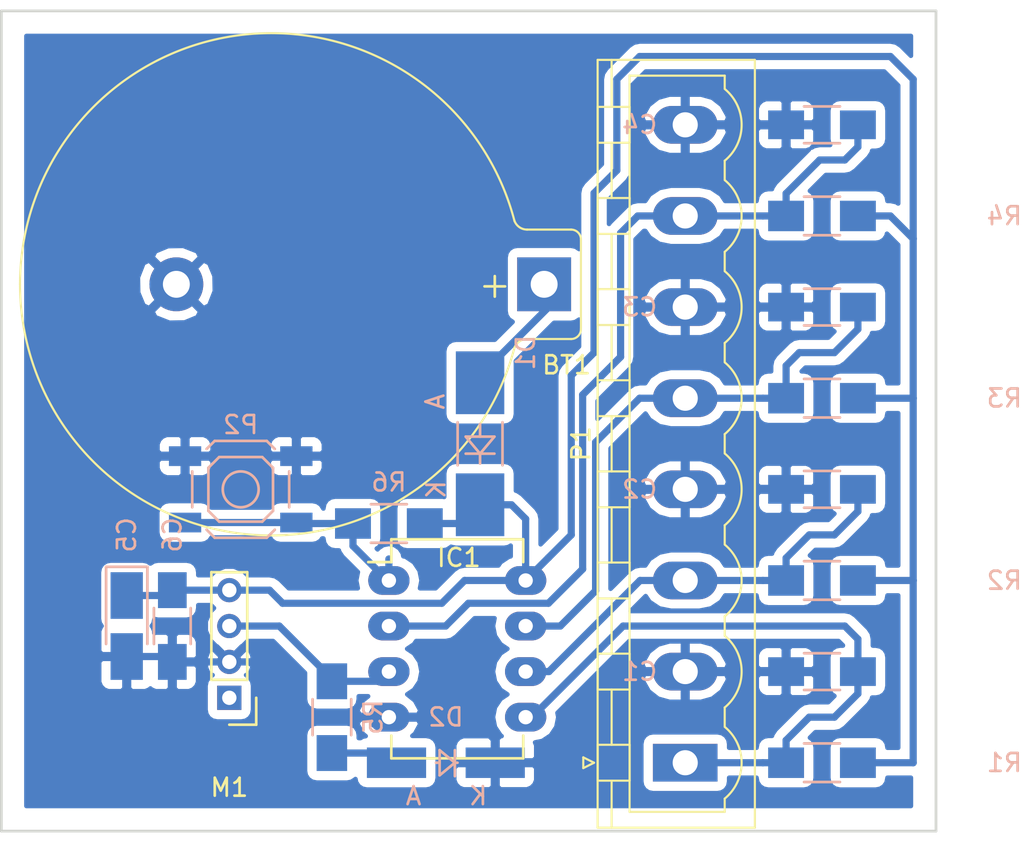
<source format=kicad_pcb>
(kicad_pcb (version 4) (host pcbnew 4.0.5+dfsg1-4)

  (general
    (links 43)
    (no_connects 0)
    (area 142.164999 20.244999 193.115001 66.115001)
    (thickness 1.6)
    (drawings 4)
    (tracks 132)
    (zones 0)
    (modules 19)
    (nets 11)
  )

  (page A4)
  (layers
    (0 F.Cu signal)
    (31 B.Cu signal)
    (32 B.Adhes user)
    (33 F.Adhes user)
    (34 B.Paste user)
    (35 F.Paste user)
    (36 B.SilkS user)
    (37 F.SilkS user)
    (38 B.Mask user)
    (39 F.Mask user)
    (40 Dwgs.User user)
    (41 Cmts.User user)
    (42 Eco1.User user)
    (43 Eco2.User user)
    (44 Edge.Cuts user)
    (45 Margin user)
    (46 B.CrtYd user)
    (47 F.CrtYd user)
    (48 B.Fab user)
    (49 F.Fab user)
  )

  (setup
    (last_trace_width 0.4)
    (trace_clearance 0.2)
    (zone_clearance 0.508)
    (zone_45_only no)
    (trace_min 0.2)
    (segment_width 0.2)
    (edge_width 0.15)
    (via_size 0.6)
    (via_drill 0.4)
    (via_min_size 0.4)
    (via_min_drill 0.3)
    (uvia_size 0.3)
    (uvia_drill 0.1)
    (uvias_allowed no)
    (uvia_min_size 0.2)
    (uvia_min_drill 0.1)
    (pcb_text_width 0.3)
    (pcb_text_size 1.5 1.5)
    (mod_edge_width 0.15)
    (mod_text_size 1 1)
    (mod_text_width 0.15)
    (pad_size 1.524 1.524)
    (pad_drill 0.762)
    (pad_to_mask_clearance 0.2)
    (aux_axis_origin 0 0)
    (visible_elements FFFFFF7F)
    (pcbplotparams
      (layerselection 0x00030_80000001)
      (usegerberextensions false)
      (excludeedgelayer true)
      (linewidth 0.100000)
      (plotframeref false)
      (viasonmask false)
      (mode 1)
      (useauxorigin false)
      (hpglpennumber 1)
      (hpglpenspeed 20)
      (hpglpendiameter 15)
      (hpglpenoverlay 2)
      (psnegative false)
      (psa4output false)
      (plotreference true)
      (plotvalue true)
      (plotinvisibletext false)
      (padsonsilk false)
      (subtractmaskfromsilk false)
      (outputformat 1)
      (mirror false)
      (drillshape 1)
      (scaleselection 1)
      (outputdirectory ""))
  )

  (net 0 "")
  (net 1 "Net-(BT1-Pad1)")
  (net 2 GND)
  (net 3 /IN0)
  (net 4 /IN1)
  (net 5 /IN2)
  (net 6 /IN3)
  (net 7 +3V3)
  (net 8 /LED)
  (net 9 /OUT)
  (net 10 /RESETn)

  (net_class Default "This is the default net class."
    (clearance 0.2)
    (trace_width 0.4)
    (via_dia 0.6)
    (via_drill 0.4)
    (uvia_dia 0.3)
    (uvia_drill 0.1)
    (add_net +3V3)
    (add_net /IN0)
    (add_net /IN1)
    (add_net /IN2)
    (add_net /IN3)
    (add_net /LED)
    (add_net /OUT)
    (add_net /RESETn)
    (add_net GND)
    (add_net "Net-(BT1-Pad1)")
  )

  (module Resistors_SMD:R_1206_HandSoldering (layer B.Cu) (tedit 58307C0D) (tstamp 5910377C)
    (at 187.96 52.07 180)
    (descr "Resistor SMD 1206, hand soldering")
    (tags "resistor 1206")
    (path /59104EA6)
    (attr smd)
    (fp_text reference R2 (at -10.16 0 180) (layer B.SilkS)
      (effects (font (size 1 1) (thickness 0.15)) (justify mirror))
    )
    (fp_text value 1M (at -5.08 0 180) (layer B.Fab)
      (effects (font (size 1 1) (thickness 0.15)) (justify mirror))
    )
    (fp_line (start -1.6 -0.8) (end -1.6 0.8) (layer B.Fab) (width 0.1))
    (fp_line (start 1.6 -0.8) (end -1.6 -0.8) (layer B.Fab) (width 0.1))
    (fp_line (start 1.6 0.8) (end 1.6 -0.8) (layer B.Fab) (width 0.1))
    (fp_line (start -1.6 0.8) (end 1.6 0.8) (layer B.Fab) (width 0.1))
    (fp_line (start -3.3 1.2) (end 3.3 1.2) (layer B.CrtYd) (width 0.05))
    (fp_line (start -3.3 -1.2) (end 3.3 -1.2) (layer B.CrtYd) (width 0.05))
    (fp_line (start -3.3 1.2) (end -3.3 -1.2) (layer B.CrtYd) (width 0.05))
    (fp_line (start 3.3 1.2) (end 3.3 -1.2) (layer B.CrtYd) (width 0.05))
    (fp_line (start 1 -1.075) (end -1 -1.075) (layer B.SilkS) (width 0.15))
    (fp_line (start -1 1.075) (end 1 1.075) (layer B.SilkS) (width 0.15))
    (pad 1 smd rect (at -2 0 180) (size 2 1.7) (layers B.Cu B.Paste B.Mask)
      (net 7 +3V3))
    (pad 2 smd rect (at 2 0 180) (size 2 1.7) (layers B.Cu B.Paste B.Mask)
      (net 4 /IN1))
    (model Resistors_SMD.3dshapes/R_1206_HandSoldering.wrl
      (at (xyz 0 0 0))
      (scale (xyz 1 1 1))
      (rotate (xyz 0 0 0))
    )
  )

  (module Pin_Headers:Pin_Header_Straight_1x04_Pitch2.00mm (layer F.Cu) (tedit 56FA75DA) (tstamp 59105D6D)
    (at 154.94 58.61 180)
    (descr "Through hole pin header, 1x04, 2.00mm pitch, single row")
    (tags "pin header single row")
    (path /591033D1)
    (fp_text reference M1 (at 0 -5 180) (layer F.SilkS)
      (effects (font (size 1 1) (thickness 0.15)))
    )
    (fp_text value SYN115 (at 0 -3 180) (layer F.Fab)
      (effects (font (size 1 1) (thickness 0.15)))
    )
    (fp_line (start -1 1) (end 1 1) (layer F.SilkS) (width 0.15))
    (fp_line (start 1 1) (end 1 7) (layer F.SilkS) (width 0.15))
    (fp_line (start 1 7) (end -1 7) (layer F.SilkS) (width 0.15))
    (fp_line (start -1 7) (end -1 1) (layer F.SilkS) (width 0.15))
    (fp_line (start -1.6 -1.6) (end 1.6 -1.6) (layer F.CrtYd) (width 0.05))
    (fp_line (start 1.6 -1.6) (end 1.6 7.6) (layer F.CrtYd) (width 0.05))
    (fp_line (start 1.6 7.6) (end -1.6 7.6) (layer F.CrtYd) (width 0.05))
    (fp_line (start -1.6 7.6) (end -1.6 -1.6) (layer F.CrtYd) (width 0.05))
    (fp_line (start -1.5 0) (end -1.5 -1.5) (layer F.SilkS) (width 0.15))
    (fp_line (start -1.5 -1.5) (end 0 -1.5) (layer F.SilkS) (width 0.15))
    (pad 1 thru_hole rect (at 0 0 180) (size 1.35 1.35) (drill 0.8) (layers *.Cu *.Mask))
    (pad 2 thru_hole circle (at 0 2 180) (size 1.35 1.35) (drill 0.8) (layers *.Cu *.Mask)
      (net 2 GND))
    (pad 3 thru_hole circle (at 0 4 180) (size 1.35 1.35) (drill 0.8) (layers *.Cu *.Mask)
      (net 9 /OUT))
    (pad 4 thru_hole circle (at 0 6 180) (size 1.35 1.35) (drill 0.8) (layers *.Cu *.Mask)
      (net 7 +3V3))
    (model Pin_Headers.3dshapes/Pin_Header_Straight_1x04_Pitch2.00mm.wrl
      (at (xyz 0 0 0))
      (scale (xyz 1 1 1))
      (rotate (xyz 0 0 0))
    )
  )

  (module Housings_DIP:DIP-8_W7.62mm_LongPads (layer F.Cu) (tedit 54130A77) (tstamp 59102820)
    (at 163.83 52.07)
    (descr "8-lead dip package, row spacing 7.62 mm (300 mils), longer pads")
    (tags "dil dip 2.54 300")
    (path /591027B2)
    (fp_text reference IC1 (at 3.8989 -1.27) (layer F.SilkS)
      (effects (font (size 1 1) (thickness 0.15)))
    )
    (fp_text value ATTINY85V-P (at 3.8989 3.81 90) (layer F.Fab)
      (effects (font (size 1 1) (thickness 0.15)))
    )
    (fp_line (start -1.4 -2.45) (end -1.4 10.1) (layer F.CrtYd) (width 0.05))
    (fp_line (start 9 -2.45) (end 9 10.1) (layer F.CrtYd) (width 0.05))
    (fp_line (start -1.4 -2.45) (end 9 -2.45) (layer F.CrtYd) (width 0.05))
    (fp_line (start -1.4 10.1) (end 9 10.1) (layer F.CrtYd) (width 0.05))
    (fp_line (start 0.135 -2.295) (end 0.135 -1.025) (layer F.SilkS) (width 0.15))
    (fp_line (start 7.485 -2.295) (end 7.485 -1.025) (layer F.SilkS) (width 0.15))
    (fp_line (start 7.485 9.915) (end 7.485 8.645) (layer F.SilkS) (width 0.15))
    (fp_line (start 0.135 9.915) (end 0.135 8.645) (layer F.SilkS) (width 0.15))
    (fp_line (start 0.135 -2.295) (end 7.485 -2.295) (layer F.SilkS) (width 0.15))
    (fp_line (start 0.135 9.915) (end 7.485 9.915) (layer F.SilkS) (width 0.15))
    (fp_line (start 0.135 -1.025) (end -1.15 -1.025) (layer F.SilkS) (width 0.15))
    (pad 1 thru_hole oval (at 0 0) (size 2.3 1.6) (drill 0.8) (layers *.Cu *.Mask)
      (net 10 /RESETn))
    (pad 2 thru_hole oval (at 0 2.54) (size 2.3 1.6) (drill 0.8) (layers *.Cu *.Mask)
      (net 6 /IN3))
    (pad 3 thru_hole oval (at 0 5.08) (size 2.3 1.6) (drill 0.8) (layers *.Cu *.Mask)
      (net 9 /OUT))
    (pad 4 thru_hole oval (at 0 7.62) (size 2.3 1.6) (drill 0.8) (layers *.Cu *.Mask)
      (net 2 GND))
    (pad 5 thru_hole oval (at 7.62 7.62) (size 2.3 1.6) (drill 0.8) (layers *.Cu *.Mask)
      (net 3 /IN0))
    (pad 6 thru_hole oval (at 7.62 5.08) (size 2.3 1.6) (drill 0.8) (layers *.Cu *.Mask)
      (net 4 /IN1))
    (pad 7 thru_hole oval (at 7.62 2.54) (size 2.3 1.6) (drill 0.8) (layers *.Cu *.Mask)
      (net 5 /IN2))
    (pad 8 thru_hole oval (at 7.62 0) (size 2.3 1.6) (drill 0.8) (layers *.Cu *.Mask)
      (net 7 +3V3))
    (model Housings_DIP.3dshapes/DIP-8_W7.62mm_LongPads.wrl
      (at (xyz 0 0 0))
      (scale (xyz 1 1 1))
      (rotate (xyz 0 0 0))
    )
  )

  (module Capacitors_SMD:C_1206_HandSoldering (layer B.Cu) (tedit 541A9C03) (tstamp 59103732)
    (at 187.96 57.15 180)
    (descr "Capacitor SMD 1206, hand soldering")
    (tags "capacitor 1206")
    (path /59104456)
    (attr smd)
    (fp_text reference C1 (at 10.16 0 180) (layer B.SilkS)
      (effects (font (size 1 1) (thickness 0.15)) (justify mirror))
    )
    (fp_text value 100nF (at 6.35 0 180) (layer B.Fab)
      (effects (font (size 1 1) (thickness 0.15)) (justify mirror))
    )
    (fp_line (start -1.6 -0.8) (end -1.6 0.8) (layer B.Fab) (width 0.15))
    (fp_line (start 1.6 -0.8) (end -1.6 -0.8) (layer B.Fab) (width 0.15))
    (fp_line (start 1.6 0.8) (end 1.6 -0.8) (layer B.Fab) (width 0.15))
    (fp_line (start -1.6 0.8) (end 1.6 0.8) (layer B.Fab) (width 0.15))
    (fp_line (start -3.3 1.15) (end 3.3 1.15) (layer B.CrtYd) (width 0.05))
    (fp_line (start -3.3 -1.15) (end 3.3 -1.15) (layer B.CrtYd) (width 0.05))
    (fp_line (start -3.3 1.15) (end -3.3 -1.15) (layer B.CrtYd) (width 0.05))
    (fp_line (start 3.3 1.15) (end 3.3 -1.15) (layer B.CrtYd) (width 0.05))
    (fp_line (start 1 1.025) (end -1 1.025) (layer B.SilkS) (width 0.15))
    (fp_line (start -1 -1.025) (end 1 -1.025) (layer B.SilkS) (width 0.15))
    (pad 1 smd rect (at -2 0 180) (size 2 1.6) (layers B.Cu B.Paste B.Mask)
      (net 3 /IN0))
    (pad 2 smd rect (at 2 0 180) (size 2 1.6) (layers B.Cu B.Paste B.Mask)
      (net 2 GND))
    (model Capacitors_SMD.3dshapes/C_1206_HandSoldering.wrl
      (at (xyz 0 0 0))
      (scale (xyz 1 1 1))
      (rotate (xyz 0 0 0))
    )
  )

  (module Capacitors_SMD:C_1206_HandSoldering (layer B.Cu) (tedit 541A9C03) (tstamp 59103738)
    (at 187.96 46.99 180)
    (descr "Capacitor SMD 1206, hand soldering")
    (tags "capacitor 1206")
    (path /59104EAD)
    (attr smd)
    (fp_text reference C2 (at 10.16 0 180) (layer B.SilkS)
      (effects (font (size 1 1) (thickness 0.15)) (justify mirror))
    )
    (fp_text value 100nF (at 6.35 0 180) (layer B.Fab)
      (effects (font (size 1 1) (thickness 0.15)) (justify mirror))
    )
    (fp_line (start -1.6 -0.8) (end -1.6 0.8) (layer B.Fab) (width 0.15))
    (fp_line (start 1.6 -0.8) (end -1.6 -0.8) (layer B.Fab) (width 0.15))
    (fp_line (start 1.6 0.8) (end 1.6 -0.8) (layer B.Fab) (width 0.15))
    (fp_line (start -1.6 0.8) (end 1.6 0.8) (layer B.Fab) (width 0.15))
    (fp_line (start -3.3 1.15) (end 3.3 1.15) (layer B.CrtYd) (width 0.05))
    (fp_line (start -3.3 -1.15) (end 3.3 -1.15) (layer B.CrtYd) (width 0.05))
    (fp_line (start -3.3 1.15) (end -3.3 -1.15) (layer B.CrtYd) (width 0.05))
    (fp_line (start 3.3 1.15) (end 3.3 -1.15) (layer B.CrtYd) (width 0.05))
    (fp_line (start 1 1.025) (end -1 1.025) (layer B.SilkS) (width 0.15))
    (fp_line (start -1 -1.025) (end 1 -1.025) (layer B.SilkS) (width 0.15))
    (pad 1 smd rect (at -2 0 180) (size 2 1.6) (layers B.Cu B.Paste B.Mask)
      (net 4 /IN1))
    (pad 2 smd rect (at 2 0 180) (size 2 1.6) (layers B.Cu B.Paste B.Mask)
      (net 2 GND))
    (model Capacitors_SMD.3dshapes/C_1206_HandSoldering.wrl
      (at (xyz 0 0 0))
      (scale (xyz 1 1 1))
      (rotate (xyz 0 0 0))
    )
  )

  (module Capacitors_SMD:C_1206_HandSoldering (layer B.Cu) (tedit 541A9C03) (tstamp 5910373E)
    (at 187.96 36.83 180)
    (descr "Capacitor SMD 1206, hand soldering")
    (tags "capacitor 1206")
    (path /59105023)
    (attr smd)
    (fp_text reference C3 (at 10.16 0 180) (layer B.SilkS)
      (effects (font (size 1 1) (thickness 0.15)) (justify mirror))
    )
    (fp_text value 100nF (at 6.35 0 180) (layer B.Fab)
      (effects (font (size 1 1) (thickness 0.15)) (justify mirror))
    )
    (fp_line (start -1.6 -0.8) (end -1.6 0.8) (layer B.Fab) (width 0.15))
    (fp_line (start 1.6 -0.8) (end -1.6 -0.8) (layer B.Fab) (width 0.15))
    (fp_line (start 1.6 0.8) (end 1.6 -0.8) (layer B.Fab) (width 0.15))
    (fp_line (start -1.6 0.8) (end 1.6 0.8) (layer B.Fab) (width 0.15))
    (fp_line (start -3.3 1.15) (end 3.3 1.15) (layer B.CrtYd) (width 0.05))
    (fp_line (start -3.3 -1.15) (end 3.3 -1.15) (layer B.CrtYd) (width 0.05))
    (fp_line (start -3.3 1.15) (end -3.3 -1.15) (layer B.CrtYd) (width 0.05))
    (fp_line (start 3.3 1.15) (end 3.3 -1.15) (layer B.CrtYd) (width 0.05))
    (fp_line (start 1 1.025) (end -1 1.025) (layer B.SilkS) (width 0.15))
    (fp_line (start -1 -1.025) (end 1 -1.025) (layer B.SilkS) (width 0.15))
    (pad 1 smd rect (at -2 0 180) (size 2 1.6) (layers B.Cu B.Paste B.Mask)
      (net 5 /IN2))
    (pad 2 smd rect (at 2 0 180) (size 2 1.6) (layers B.Cu B.Paste B.Mask)
      (net 2 GND))
    (model Capacitors_SMD.3dshapes/C_1206_HandSoldering.wrl
      (at (xyz 0 0 0))
      (scale (xyz 1 1 1))
      (rotate (xyz 0 0 0))
    )
  )

  (module Capacitors_SMD:C_1206_HandSoldering (layer B.Cu) (tedit 541A9C03) (tstamp 59103744)
    (at 187.96 26.67 180)
    (descr "Capacitor SMD 1206, hand soldering")
    (tags "capacitor 1206")
    (path /5910503F)
    (attr smd)
    (fp_text reference C4 (at 10.16 0 180) (layer B.SilkS)
      (effects (font (size 1 1) (thickness 0.15)) (justify mirror))
    )
    (fp_text value 100nF (at 6.35 0 180) (layer B.Fab)
      (effects (font (size 1 1) (thickness 0.15)) (justify mirror))
    )
    (fp_line (start -1.6 -0.8) (end -1.6 0.8) (layer B.Fab) (width 0.15))
    (fp_line (start 1.6 -0.8) (end -1.6 -0.8) (layer B.Fab) (width 0.15))
    (fp_line (start 1.6 0.8) (end 1.6 -0.8) (layer B.Fab) (width 0.15))
    (fp_line (start -1.6 0.8) (end 1.6 0.8) (layer B.Fab) (width 0.15))
    (fp_line (start -3.3 1.15) (end 3.3 1.15) (layer B.CrtYd) (width 0.05))
    (fp_line (start -3.3 -1.15) (end 3.3 -1.15) (layer B.CrtYd) (width 0.05))
    (fp_line (start -3.3 1.15) (end -3.3 -1.15) (layer B.CrtYd) (width 0.05))
    (fp_line (start 3.3 1.15) (end 3.3 -1.15) (layer B.CrtYd) (width 0.05))
    (fp_line (start 1 1.025) (end -1 1.025) (layer B.SilkS) (width 0.15))
    (fp_line (start -1 -1.025) (end 1 -1.025) (layer B.SilkS) (width 0.15))
    (pad 1 smd rect (at -2 0 180) (size 2 1.6) (layers B.Cu B.Paste B.Mask)
      (net 6 /IN3))
    (pad 2 smd rect (at 2 0 180) (size 2 1.6) (layers B.Cu B.Paste B.Mask)
      (net 2 GND))
    (model Capacitors_SMD.3dshapes/C_1206_HandSoldering.wrl
      (at (xyz 0 0 0))
      (scale (xyz 1 1 1))
      (rotate (xyz 0 0 0))
    )
  )

  (module Capacitors_Tantalum_SMD:Tantalum_Case-R_EIA-2012-12_Hand (layer B.Cu) (tedit 57B6E980) (tstamp 5910374A)
    (at 149.225 54.61 270)
    (descr "Tantalum capacitor, Case R, EIA 2012-12, 2.0x1.3x1.2mm, Hand soldering footprint")
    (tags "capacitor tantalum smd")
    (path /5910488C)
    (attr smd)
    (fp_text reference C5 (at -5.08 0 270) (layer B.SilkS)
      (effects (font (size 1 1) (thickness 0.15)) (justify mirror))
    )
    (fp_text value 4.7uF (at 6.35 0 270) (layer B.Fab)
      (effects (font (size 1 1) (thickness 0.15)) (justify mirror))
    )
    (fp_line (start -3.4 1.3) (end -3.4 -1.3) (layer B.CrtYd) (width 0.05))
    (fp_line (start -3.4 -1.3) (end 3.4 -1.3) (layer B.CrtYd) (width 0.05))
    (fp_line (start 3.4 -1.3) (end 3.4 1.3) (layer B.CrtYd) (width 0.05))
    (fp_line (start 3.4 1.3) (end -3.4 1.3) (layer B.CrtYd) (width 0.05))
    (fp_line (start -1 0.65) (end -1 -0.65) (layer B.Fab) (width 0.15))
    (fp_line (start -1 -0.65) (end 1 -0.65) (layer B.Fab) (width 0.15))
    (fp_line (start 1 -0.65) (end 1 0.65) (layer B.Fab) (width 0.15))
    (fp_line (start 1 0.65) (end -1 0.65) (layer B.Fab) (width 0.15))
    (fp_line (start -0.8 0.65) (end -0.8 -0.65) (layer B.Fab) (width 0.15))
    (fp_line (start -0.7 0.65) (end -0.7 -0.65) (layer B.Fab) (width 0.15))
    (fp_line (start -3.3 1.15) (end 1 1.15) (layer B.SilkS) (width 0.15))
    (fp_line (start -3.3 -1.15) (end 1 -1.15) (layer B.SilkS) (width 0.15))
    (fp_line (start -3.3 1.15) (end -3.3 -1.15) (layer B.SilkS) (width 0.15))
    (pad 1 smd rect (at -1.7 0 270) (size 2.6 1.8) (layers B.Cu B.Paste B.Mask)
      (net 7 +3V3))
    (pad 2 smd rect (at 1.7 0 270) (size 2.6 1.8) (layers B.Cu B.Paste B.Mask)
      (net 2 GND))
    (model Capacitors_Tantalum_SMD.3dshapes/Tantalum_Case-R_EIA-2012-12.wrl
      (at (xyz 0 0 0))
      (scale (xyz 1 1 1))
      (rotate (xyz 0 0 0))
    )
  )

  (module Capacitors_SMD:C_1206_HandSoldering (layer B.Cu) (tedit 541A9C03) (tstamp 59103750)
    (at 151.765 54.61 270)
    (descr "Capacitor SMD 1206, hand soldering")
    (tags "capacitor 1206")
    (path /59108977)
    (attr smd)
    (fp_text reference C6 (at -5.08 0 270) (layer B.SilkS)
      (effects (font (size 1 1) (thickness 0.15)) (justify mirror))
    )
    (fp_text value 100nF (at 6.35 0 270) (layer B.Fab)
      (effects (font (size 1 1) (thickness 0.15)) (justify mirror))
    )
    (fp_line (start -1.6 -0.8) (end -1.6 0.8) (layer B.Fab) (width 0.15))
    (fp_line (start 1.6 -0.8) (end -1.6 -0.8) (layer B.Fab) (width 0.15))
    (fp_line (start 1.6 0.8) (end 1.6 -0.8) (layer B.Fab) (width 0.15))
    (fp_line (start -1.6 0.8) (end 1.6 0.8) (layer B.Fab) (width 0.15))
    (fp_line (start -3.3 1.15) (end 3.3 1.15) (layer B.CrtYd) (width 0.05))
    (fp_line (start -3.3 -1.15) (end 3.3 -1.15) (layer B.CrtYd) (width 0.05))
    (fp_line (start -3.3 1.15) (end -3.3 -1.15) (layer B.CrtYd) (width 0.05))
    (fp_line (start 3.3 1.15) (end 3.3 -1.15) (layer B.CrtYd) (width 0.05))
    (fp_line (start 1 1.025) (end -1 1.025) (layer B.SilkS) (width 0.15))
    (fp_line (start -1 -1.025) (end 1 -1.025) (layer B.SilkS) (width 0.15))
    (pad 1 smd rect (at -2 0 270) (size 2 1.6) (layers B.Cu B.Paste B.Mask)
      (net 7 +3V3))
    (pad 2 smd rect (at 2 0 270) (size 2 1.6) (layers B.Cu B.Paste B.Mask)
      (net 2 GND))
    (model Capacitors_SMD.3dshapes/C_1206_HandSoldering.wrl
      (at (xyz 0 0 0))
      (scale (xyz 1 1 1))
      (rotate (xyz 0 0 0))
    )
  )

  (module Diodes_SMD:MELF_Handsoldering (layer B.Cu) (tedit 552FE6B7) (tstamp 59103756)
    (at 168.91 44.45 90)
    (descr "Diode MELF Handsoldering")
    (tags "Diode MELF Handsoldering")
    (path /59102ADE)
    (attr smd)
    (fp_text reference D1 (at 5.08 2.54 90) (layer B.SilkS)
      (effects (font (size 1 1) (thickness 0.15)) (justify mirror))
    )
    (fp_text value 1N4148 (at 0 2.54 90) (layer B.Fab)
      (effects (font (size 1 1) (thickness 0.15)) (justify mirror))
    )
    (fp_line (start -5.4 1.6) (end 5.4 1.6) (layer B.CrtYd) (width 0.05))
    (fp_line (start 5.4 1.6) (end 5.4 -1.6) (layer B.CrtYd) (width 0.05))
    (fp_line (start 5.4 -1.6) (end -5.4 -1.6) (layer B.CrtYd) (width 0.05))
    (fp_line (start -5.4 -1.6) (end -5.4 1.6) (layer B.CrtYd) (width 0.05))
    (fp_line (start 0.39878 0) (end 1.09982 0) (layer B.SilkS) (width 0.15))
    (fp_line (start -0.55118 0) (end -1.09982 0) (layer B.SilkS) (width 0.15))
    (fp_line (start -0.55118 0) (end -0.55118 -0.8001) (layer B.SilkS) (width 0.15))
    (fp_line (start -0.55118 0) (end -0.55118 0.8001) (layer B.SilkS) (width 0.15))
    (fp_line (start -0.55118 0) (end 0.39878 0.8001) (layer B.SilkS) (width 0.15))
    (fp_line (start 0.39878 0.8001) (end 0.39878 -0.8001) (layer B.SilkS) (width 0.15))
    (fp_line (start 0.39878 -0.8001) (end -0.55118 0) (layer B.SilkS) (width 0.15))
    (fp_text user K (at -2.55 -2.45 90) (layer B.SilkS)
      (effects (font (size 1 1) (thickness 0.15)) (justify mirror))
    )
    (fp_text user A (at 2.35 -2.5 90) (layer B.SilkS)
      (effects (font (size 1 1) (thickness 0.15)) (justify mirror))
    )
    (fp_line (start -1.09982 1.24968) (end -1.19888 1.24968) (layer B.SilkS) (width 0.15))
    (fp_line (start -1.09982 -1.24968) (end -1.19888 -1.24968) (layer B.SilkS) (width 0.15))
    (fp_line (start 1.19888 1.24968) (end -1.15062 1.24968) (layer B.SilkS) (width 0.15))
    (fp_line (start 1.19888 -1.24968) (end -1.04902 -1.24968) (layer B.SilkS) (width 0.15))
    (pad 1 smd rect (at -3.40106 0 90) (size 3.50012 2.70002) (layers B.Cu B.Paste B.Mask)
      (net 7 +3V3))
    (pad 2 smd rect (at 3.40106 0 90) (size 3.50012 2.70002) (layers B.Cu B.Paste B.Mask)
      (net 1 "Net-(BT1-Pad1)"))
    (model Diodes_SMD.3dshapes/MELF_Handsoldering.wrl
      (at (xyz 0 0 0))
      (scale (xyz 0.3937 0.3937 0.3937))
      (rotate (xyz 0 0 180))
    )
  )

  (module Resistors_SMD:R_1206_HandSoldering (layer B.Cu) (tedit 58307C0D) (tstamp 59103776)
    (at 187.96 62.23 180)
    (descr "Resistor SMD 1206, hand soldering")
    (tags "resistor 1206")
    (path /59104329)
    (attr smd)
    (fp_text reference R1 (at -10.16 0 180) (layer B.SilkS)
      (effects (font (size 1 1) (thickness 0.15)) (justify mirror))
    )
    (fp_text value 1M (at -5.08 0 180) (layer B.Fab)
      (effects (font (size 1 1) (thickness 0.15)) (justify mirror))
    )
    (fp_line (start -1.6 -0.8) (end -1.6 0.8) (layer B.Fab) (width 0.1))
    (fp_line (start 1.6 -0.8) (end -1.6 -0.8) (layer B.Fab) (width 0.1))
    (fp_line (start 1.6 0.8) (end 1.6 -0.8) (layer B.Fab) (width 0.1))
    (fp_line (start -1.6 0.8) (end 1.6 0.8) (layer B.Fab) (width 0.1))
    (fp_line (start -3.3 1.2) (end 3.3 1.2) (layer B.CrtYd) (width 0.05))
    (fp_line (start -3.3 -1.2) (end 3.3 -1.2) (layer B.CrtYd) (width 0.05))
    (fp_line (start -3.3 1.2) (end -3.3 -1.2) (layer B.CrtYd) (width 0.05))
    (fp_line (start 3.3 1.2) (end 3.3 -1.2) (layer B.CrtYd) (width 0.05))
    (fp_line (start 1 -1.075) (end -1 -1.075) (layer B.SilkS) (width 0.15))
    (fp_line (start -1 1.075) (end 1 1.075) (layer B.SilkS) (width 0.15))
    (pad 1 smd rect (at -2 0 180) (size 2 1.7) (layers B.Cu B.Paste B.Mask)
      (net 7 +3V3))
    (pad 2 smd rect (at 2 0 180) (size 2 1.7) (layers B.Cu B.Paste B.Mask)
      (net 3 /IN0))
    (model Resistors_SMD.3dshapes/R_1206_HandSoldering.wrl
      (at (xyz 0 0 0))
      (scale (xyz 1 1 1))
      (rotate (xyz 0 0 0))
    )
  )

  (module Resistors_SMD:R_1206_HandSoldering (layer B.Cu) (tedit 58307C0D) (tstamp 59103782)
    (at 187.96 41.91 180)
    (descr "Resistor SMD 1206, hand soldering")
    (tags "resistor 1206")
    (path /5910501C)
    (attr smd)
    (fp_text reference R3 (at -10.16 0 180) (layer B.SilkS)
      (effects (font (size 1 1) (thickness 0.15)) (justify mirror))
    )
    (fp_text value 1M (at -5.08 0 180) (layer B.Fab)
      (effects (font (size 1 1) (thickness 0.15)) (justify mirror))
    )
    (fp_line (start -1.6 -0.8) (end -1.6 0.8) (layer B.Fab) (width 0.1))
    (fp_line (start 1.6 -0.8) (end -1.6 -0.8) (layer B.Fab) (width 0.1))
    (fp_line (start 1.6 0.8) (end 1.6 -0.8) (layer B.Fab) (width 0.1))
    (fp_line (start -1.6 0.8) (end 1.6 0.8) (layer B.Fab) (width 0.1))
    (fp_line (start -3.3 1.2) (end 3.3 1.2) (layer B.CrtYd) (width 0.05))
    (fp_line (start -3.3 -1.2) (end 3.3 -1.2) (layer B.CrtYd) (width 0.05))
    (fp_line (start -3.3 1.2) (end -3.3 -1.2) (layer B.CrtYd) (width 0.05))
    (fp_line (start 3.3 1.2) (end 3.3 -1.2) (layer B.CrtYd) (width 0.05))
    (fp_line (start 1 -1.075) (end -1 -1.075) (layer B.SilkS) (width 0.15))
    (fp_line (start -1 1.075) (end 1 1.075) (layer B.SilkS) (width 0.15))
    (pad 1 smd rect (at -2 0 180) (size 2 1.7) (layers B.Cu B.Paste B.Mask)
      (net 7 +3V3))
    (pad 2 smd rect (at 2 0 180) (size 2 1.7) (layers B.Cu B.Paste B.Mask)
      (net 5 /IN2))
    (model Resistors_SMD.3dshapes/R_1206_HandSoldering.wrl
      (at (xyz 0 0 0))
      (scale (xyz 1 1 1))
      (rotate (xyz 0 0 0))
    )
  )

  (module Resistors_SMD:R_1206_HandSoldering (layer B.Cu) (tedit 58307C0D) (tstamp 59103788)
    (at 187.96 31.75 180)
    (descr "Resistor SMD 1206, hand soldering")
    (tags "resistor 1206")
    (path /59105038)
    (attr smd)
    (fp_text reference R4 (at -10.16 0 180) (layer B.SilkS)
      (effects (font (size 1 1) (thickness 0.15)) (justify mirror))
    )
    (fp_text value 1M (at -5.08 0 180) (layer B.Fab)
      (effects (font (size 1 1) (thickness 0.15)) (justify mirror))
    )
    (fp_line (start -1.6 -0.8) (end -1.6 0.8) (layer B.Fab) (width 0.1))
    (fp_line (start 1.6 -0.8) (end -1.6 -0.8) (layer B.Fab) (width 0.1))
    (fp_line (start 1.6 0.8) (end 1.6 -0.8) (layer B.Fab) (width 0.1))
    (fp_line (start -1.6 0.8) (end 1.6 0.8) (layer B.Fab) (width 0.1))
    (fp_line (start -3.3 1.2) (end 3.3 1.2) (layer B.CrtYd) (width 0.05))
    (fp_line (start -3.3 -1.2) (end 3.3 -1.2) (layer B.CrtYd) (width 0.05))
    (fp_line (start -3.3 1.2) (end -3.3 -1.2) (layer B.CrtYd) (width 0.05))
    (fp_line (start 3.3 1.2) (end 3.3 -1.2) (layer B.CrtYd) (width 0.05))
    (fp_line (start 1 -1.075) (end -1 -1.075) (layer B.SilkS) (width 0.15))
    (fp_line (start -1 1.075) (end 1 1.075) (layer B.SilkS) (width 0.15))
    (pad 1 smd rect (at -2 0 180) (size 2 1.7) (layers B.Cu B.Paste B.Mask)
      (net 7 +3V3))
    (pad 2 smd rect (at 2 0 180) (size 2 1.7) (layers B.Cu B.Paste B.Mask)
      (net 6 /IN3))
    (model Resistors_SMD.3dshapes/R_1206_HandSoldering.wrl
      (at (xyz 0 0 0))
      (scale (xyz 1 1 1))
      (rotate (xyz 0 0 0))
    )
  )

  (module Resistors_SMD:R_1206_HandSoldering (layer B.Cu) (tedit 58307C0D) (tstamp 5910378E)
    (at 160.655 59.69 90)
    (descr "Resistor SMD 1206, hand soldering")
    (tags "resistor 1206")
    (path /59105DB2)
    (attr smd)
    (fp_text reference R5 (at 0 2.3 90) (layer B.SilkS)
      (effects (font (size 1 1) (thickness 0.15)) (justify mirror))
    )
    (fp_text value 1k (at 0 -2.3 90) (layer B.Fab)
      (effects (font (size 1 1) (thickness 0.15)) (justify mirror))
    )
    (fp_line (start -1.6 -0.8) (end -1.6 0.8) (layer B.Fab) (width 0.1))
    (fp_line (start 1.6 -0.8) (end -1.6 -0.8) (layer B.Fab) (width 0.1))
    (fp_line (start 1.6 0.8) (end 1.6 -0.8) (layer B.Fab) (width 0.1))
    (fp_line (start -1.6 0.8) (end 1.6 0.8) (layer B.Fab) (width 0.1))
    (fp_line (start -3.3 1.2) (end 3.3 1.2) (layer B.CrtYd) (width 0.05))
    (fp_line (start -3.3 -1.2) (end 3.3 -1.2) (layer B.CrtYd) (width 0.05))
    (fp_line (start -3.3 1.2) (end -3.3 -1.2) (layer B.CrtYd) (width 0.05))
    (fp_line (start 3.3 1.2) (end 3.3 -1.2) (layer B.CrtYd) (width 0.05))
    (fp_line (start 1 -1.075) (end -1 -1.075) (layer B.SilkS) (width 0.15))
    (fp_line (start -1 1.075) (end 1 1.075) (layer B.SilkS) (width 0.15))
    (pad 1 smd rect (at -2 0 90) (size 2 1.7) (layers B.Cu B.Paste B.Mask)
      (net 8 /LED))
    (pad 2 smd rect (at 2 0 90) (size 2 1.7) (layers B.Cu B.Paste B.Mask)
      (net 9 /OUT))
    (model Resistors_SMD.3dshapes/R_1206_HandSoldering.wrl
      (at (xyz 0 0 0))
      (scale (xyz 1 1 1))
      (rotate (xyz 0 0 0))
    )
  )

  (module Diodes_SMD:MiniMELF_Handsoldering (layer B.Cu) (tedit 5530FDE5) (tstamp 59103D46)
    (at 167.005 62.23 180)
    (descr "Diode Mini-MELF Handsoldering")
    (tags "Diode Mini-MELF Handsoldering")
    (path /59105BC3)
    (attr smd)
    (fp_text reference D2 (at 0 2.54 180) (layer B.SilkS)
      (effects (font (size 1 1) (thickness 0.15)) (justify mirror))
    )
    (fp_text value ORANGE (at 0 -3.81 180) (layer B.Fab)
      (effects (font (size 1 1) (thickness 0.15)) (justify mirror))
    )
    (fp_line (start -4.55 1) (end 4.55 1) (layer B.CrtYd) (width 0.05))
    (fp_line (start 4.55 1) (end 4.55 -1) (layer B.CrtYd) (width 0.05))
    (fp_line (start 4.55 -1) (end -4.55 -1) (layer B.CrtYd) (width 0.05))
    (fp_line (start -4.55 -1) (end -4.55 1) (layer B.CrtYd) (width 0.05))
    (fp_line (start -0.49958 0) (end -0.64944 0) (layer B.SilkS) (width 0.15))
    (fp_line (start 0.34878 0) (end 0.54944 0) (layer B.SilkS) (width 0.15))
    (fp_line (start -0.49958 0) (end -0.49958 -0.7493) (layer B.SilkS) (width 0.15))
    (fp_line (start -0.49958 0) (end -0.49958 0.70104) (layer B.SilkS) (width 0.15))
    (fp_line (start -0.49958 0) (end 0.34878 0.70104) (layer B.SilkS) (width 0.15))
    (fp_line (start 0.34878 0.70104) (end 0.34878 -0.70104) (layer B.SilkS) (width 0.15))
    (fp_line (start 0.34878 -0.70104) (end -0.49958 0) (layer B.SilkS) (width 0.15))
    (fp_text user K (at -1.8 -1.85 180) (layer B.SilkS)
      (effects (font (size 1 1) (thickness 0.15)) (justify mirror))
    )
    (fp_text user A (at 1.8 -1.85 180) (layer B.SilkS)
      (effects (font (size 1 1) (thickness 0.15)) (justify mirror))
    )
    (pad 1 smd rect (at -2.75082 0 180) (size 3.29946 1.69926) (layers B.Cu B.Paste B.Mask)
      (net 2 GND))
    (pad 2 smd rect (at 2.75082 0 180) (size 3.29946 1.69926) (layers B.Cu B.Paste B.Mask)
      (net 8 /LED))
    (model Diodes_SMD.3dshapes/MiniMELF_Handsoldering.wrl
      (at (xyz 0 0 0))
      (scale (xyz 0.3937 0.3937 0.3937))
      (rotate (xyz 0 0 180))
    )
  )

  (module Buttons_Switches_SMD:SW_SPST_SKQG (layer B.Cu) (tedit 56EC5E16) (tstamp 591061ED)
    (at 155.575 46.99 180)
    (descr "ALPS 5.2mm Square Low-profile TACT Switch (SMD)")
    (tags "SPST Button Switch")
    (path /5910624E)
    (attr smd)
    (fp_text reference P2 (at 0 3.6 180) (layer B.SilkS)
      (effects (font (size 1 1) (thickness 0.15)) (justify mirror))
    )
    (fp_text value CONN_02X01 (at 0 -3.7 180) (layer B.Fab)
      (effects (font (size 1 1) (thickness 0.15)) (justify mirror))
    )
    (fp_line (start -4.25 2.95) (end -4.25 -2.95) (layer B.CrtYd) (width 0.05))
    (fp_line (start 4.25 2.95) (end -4.25 2.95) (layer B.CrtYd) (width 0.05))
    (fp_line (start 4.25 -2.95) (end 4.25 2.95) (layer B.CrtYd) (width 0.05))
    (fp_line (start -4.25 -2.95) (end 4.25 -2.95) (layer B.CrtYd) (width 0.05))
    (fp_circle (center 0 0) (end 1 0) (layer B.SilkS) (width 0.15))
    (fp_line (start -1.2 1.8) (end 1.2 1.8) (layer B.SilkS) (width 0.15))
    (fp_line (start -1.8 1.2) (end -1.2 1.8) (layer B.SilkS) (width 0.15))
    (fp_line (start -1.8 -1.2) (end -1.8 1.2) (layer B.SilkS) (width 0.15))
    (fp_line (start -1.2 -1.8) (end -1.8 -1.2) (layer B.SilkS) (width 0.15))
    (fp_line (start 1.2 -1.8) (end -1.2 -1.8) (layer B.SilkS) (width 0.15))
    (fp_line (start 1.8 -1.2) (end 1.2 -1.8) (layer B.SilkS) (width 0.15))
    (fp_line (start 1.8 1.2) (end 1.8 -1.2) (layer B.SilkS) (width 0.15))
    (fp_line (start 1.2 1.8) (end 1.8 1.2) (layer B.SilkS) (width 0.15))
    (fp_line (start -1.45 2.7) (end 1.45 2.7) (layer B.SilkS) (width 0.15))
    (fp_line (start -1.9 2.25) (end -1.45 2.7) (layer B.SilkS) (width 0.15))
    (fp_line (start -2.7 -1) (end -2.7 1) (layer B.SilkS) (width 0.15))
    (fp_line (start -1.45 -2.7) (end -1.9 -2.25) (layer B.SilkS) (width 0.15))
    (fp_line (start 1.45 -2.7) (end -1.45 -2.7) (layer B.SilkS) (width 0.15))
    (fp_line (start 1.9 -2.25) (end 1.45 -2.7) (layer B.SilkS) (width 0.15))
    (fp_line (start 2.7 1) (end 2.7 -1) (layer B.SilkS) (width 0.15))
    (fp_line (start 1.45 2.7) (end 1.9 2.25) (layer B.SilkS) (width 0.15))
    (pad 1 smd rect (at -3.1 1.85 180) (size 1.8 1.1) (layers B.Cu B.Paste B.Mask)
      (net 2 GND))
    (pad 1 smd rect (at 3.1 1.85 180) (size 1.8 1.1) (layers B.Cu B.Paste B.Mask)
      (net 2 GND))
    (pad 2 smd rect (at -3.1 -1.85 180) (size 1.8 1.1) (layers B.Cu B.Paste B.Mask)
      (net 10 /RESETn))
    (pad 2 smd rect (at 3.1 -1.85 180) (size 1.8 1.1) (layers B.Cu B.Paste B.Mask)
      (net 10 /RESETn))
  )

  (module Resistors_SMD:R_1206_HandSoldering (layer B.Cu) (tedit 58307C0D) (tstamp 591061F3)
    (at 163.83 48.895 180)
    (descr "Resistor SMD 1206, hand soldering")
    (tags "resistor 1206")
    (path /591067B7)
    (attr smd)
    (fp_text reference R6 (at 0 2.3 180) (layer B.SilkS)
      (effects (font (size 1 1) (thickness 0.15)) (justify mirror))
    )
    (fp_text value 10k (at 0 -2.3 180) (layer B.Fab)
      (effects (font (size 1 1) (thickness 0.15)) (justify mirror))
    )
    (fp_line (start -1.6 -0.8) (end -1.6 0.8) (layer B.Fab) (width 0.1))
    (fp_line (start 1.6 -0.8) (end -1.6 -0.8) (layer B.Fab) (width 0.1))
    (fp_line (start 1.6 0.8) (end 1.6 -0.8) (layer B.Fab) (width 0.1))
    (fp_line (start -1.6 0.8) (end 1.6 0.8) (layer B.Fab) (width 0.1))
    (fp_line (start -3.3 1.2) (end 3.3 1.2) (layer B.CrtYd) (width 0.05))
    (fp_line (start -3.3 -1.2) (end 3.3 -1.2) (layer B.CrtYd) (width 0.05))
    (fp_line (start -3.3 1.2) (end -3.3 -1.2) (layer B.CrtYd) (width 0.05))
    (fp_line (start 3.3 1.2) (end 3.3 -1.2) (layer B.CrtYd) (width 0.05))
    (fp_line (start 1 -1.075) (end -1 -1.075) (layer B.SilkS) (width 0.15))
    (fp_line (start -1 1.075) (end 1 1.075) (layer B.SilkS) (width 0.15))
    (pad 1 smd rect (at -2 0 180) (size 2 1.7) (layers B.Cu B.Paste B.Mask)
      (net 7 +3V3))
    (pad 2 smd rect (at 2 0 180) (size 2 1.7) (layers B.Cu B.Paste B.Mask)
      (net 10 /RESETn))
    (model Resistors_SMD.3dshapes/R_1206_HandSoldering.wrl
      (at (xyz 0 0 0))
      (scale (xyz 1 1 1))
      (rotate (xyz 0 0 0))
    )
  )

  (module Battery_Holders:Keystone_106_1x20mm-CoinCell (layer F.Cu) (tedit 5787C377) (tstamp 5910687D)
    (at 172.48 35.56 180)
    (descr http://www.keyelco.com/product-pdf.cfm?p=720)
    (tags "Keystone type 106 battery holder")
    (path /59102E6E)
    (fp_text reference BT1 (at -1.25 -4.5 180) (layer F.SilkS)
      (effects (font (size 1 1) (thickness 0.15)))
    )
    (fp_text value 3.7V (at 15 15 180) (layer F.Fab)
      (effects (font (size 1 1) (thickness 0.15)))
    )
    (fp_text user + (at 2.75 0 180) (layer F.SilkS)
      (effects (font (size 1.5 1.5) (thickness 0.15)))
    )
    (fp_arc (start 15.2 0) (end 1.65 3.52) (angle -165.5) (layer F.SilkS) (width 0.12))
    (fp_arc (start 15.2 0) (end 1.8 3.5) (angle -165.5) (layer F.Fab) (width 0.1))
    (fp_arc (start 15.2 0) (end 1.65 -3.52) (angle 165.5) (layer F.SilkS) (width 0.12))
    (fp_arc (start 15.2 0) (end 1.8 -3.5) (angle 165.5) (layer F.Fab) (width 0.1))
    (fp_arc (start 0.95 3.8) (end 0.95 3.05) (angle 70) (layer F.SilkS) (width 0.12))
    (fp_arc (start 0.95 3.8) (end 0.95 2.9) (angle 70) (layer F.Fab) (width 0.1))
    (fp_arc (start 0.95 -3.8) (end 0.95 -3.05) (angle -70) (layer F.SilkS) (width 0.12))
    (fp_arc (start 0.95 -3.8) (end 0.95 -2.9) (angle -70) (layer F.Fab) (width 0.1))
    (fp_line (start 0.95 -3.05) (end -1.5 -3.05) (layer F.SilkS) (width 0.12))
    (fp_line (start -1.5 3.05) (end 0.95 3.05) (layer F.SilkS) (width 0.12))
    (fp_arc (start -1.5 -2.5) (end -2.05 -2.5) (angle 90) (layer F.SilkS) (width 0.12))
    (fp_arc (start -1.5 2.5) (end -2.05 2.5) (angle -90) (layer F.SilkS) (width 0.12))
    (fp_line (start -2.05 -2.5) (end -2.05 2.5) (layer F.SilkS) (width 0.12))
    (fp_line (start 0.95 -2.9) (end -1.5 -2.9) (layer F.Fab) (width 0.1))
    (fp_line (start -1.5 2.9) (end 0.95 2.9) (layer F.Fab) (width 0.1))
    (fp_arc (start -1.5 2.5) (end -1.9 2.5) (angle -90) (layer F.Fab) (width 0.1))
    (fp_arc (start -1.5 -2.5) (end -2.3 -2.5) (angle 90) (layer F.CrtYd) (width 0.05))
    (fp_line (start -2.3 -2.5) (end -2.3 2.5) (layer F.CrtYd) (width 0.05))
    (fp_arc (start 0.95 3.8) (end 0.95 3.3) (angle 70) (layer F.CrtYd) (width 0.05))
    (fp_arc (start 15.2 0) (end 1.41 3.6) (angle -165.5) (layer F.CrtYd) (width 0.05))
    (fp_arc (start 15.2 0) (end 1.41 -3.6) (angle 165.5) (layer F.CrtYd) (width 0.05))
    (fp_arc (start 15.2 0) (end 5.18 1.3) (angle -180) (layer F.Fab) (width 0.1))
    (fp_arc (start 15.2 0) (end 9 1.3) (angle -170) (layer F.Fab) (width 0.1))
    (fp_arc (start 15.2 0) (end 13.3 1.3) (angle -150) (layer F.Fab) (width 0.1))
    (fp_arc (start 15.2 0) (end 13.3 -1.3) (angle 150) (layer F.Fab) (width 0.1))
    (fp_arc (start 15.2 0) (end 9 -1.3) (angle 170) (layer F.Fab) (width 0.1))
    (fp_arc (start 15.2 0) (end 5.18 -1.3) (angle 180) (layer F.Fab) (width 0.1))
    (fp_line (start 0.95 -3.3) (end -1.5 -3.3) (layer F.CrtYd) (width 0.05))
    (fp_line (start -1.5 3.3) (end 0.95 3.3) (layer F.CrtYd) (width 0.05))
    (fp_line (start -1.9 -2.5) (end -1.9 2.5) (layer F.Fab) (width 0.1))
    (fp_line (start 0 1.3) (end 16.2 1.3) (layer F.Fab) (width 0.1))
    (fp_line (start 16.2 -1.3) (end 0 -1.3) (layer F.Fab) (width 0.1))
    (fp_arc (start 0.95 -3.8) (end 0.95 -3.3) (angle -70) (layer F.CrtYd) (width 0.05))
    (fp_arc (start 16.2 0) (end 16.2 -1.3) (angle 180) (layer F.Fab) (width 0.1))
    (fp_line (start 0 -1.3) (end 0 1.3) (layer F.Fab) (width 0.1))
    (fp_arc (start -1.5 2.5) (end -2.3 2.5) (angle -90) (layer F.CrtYd) (width 0.05))
    (fp_arc (start -1.5 -2.5) (end -1.9 -2.5) (angle 90) (layer F.Fab) (width 0.1))
    (fp_line (start 22.6441 6.858) (end 25.35 9.3734) (layer F.Fab) (width 0.1))
    (fp_line (start 22.6568 -6.858) (end 25.3419 -9.4288) (layer F.Fab) (width 0.1))
    (pad 2 thru_hole circle (at 20.49 0 180) (size 3 3) (drill 1.5) (layers *.Cu *.Mask)
      (net 2 GND))
    (pad 1 thru_hole rect (at 0 0 180) (size 3 3) (drill 1.5) (layers *.Cu *.Mask)
      (net 1 "Net-(BT1-Pad1)"))
    (model Battery_Holders.3dshapes/Keystone_106_1x20mm-CoinCell.wrl
      (at (xyz 0.6 0 0))
      (scale (xyz 1 1 1))
      (rotate (xyz 0 0 180))
    )
  )

  (module Connectors_Phoenix:PhoenixContact_MSTBVA-G_08x5.08mm_Vertical (layer F.Cu) (tedit 58AC498B) (tstamp 59106882)
    (at 180.34 62.23 90)
    (descr "Generic Phoenix Contact connector footprint for series: MSTBVA-G; number of pins: 08; pin pitch: 5.08mm; Vertical || order number: 1755794 12A || order number: 1924363 16A (HC)")
    (tags "phoenix_contact connector MSTBVA_01x08_G_5.08mm")
    (path /59103860)
    (fp_text reference P1 (at 17.78 -5.8 90) (layer F.SilkS)
      (effects (font (size 1 1) (thickness 0.15)))
    )
    (fp_text value CONN_01X08 (at 17.78 4.8 90) (layer F.Fab)
      (effects (font (size 1 1) (thickness 0.15)))
    )
    (fp_arc (start 0 0.55) (end -2 2.2) (angle -100.5) (layer F.SilkS) (width 0.12))
    (fp_arc (start 5.08 0.55) (end 3.08 2.2) (angle -100.5) (layer F.SilkS) (width 0.12))
    (fp_arc (start 10.16 0.55) (end 8.16 2.2) (angle -100.5) (layer F.SilkS) (width 0.12))
    (fp_arc (start 15.24 0.55) (end 13.24 2.2) (angle -100.5) (layer F.SilkS) (width 0.12))
    (fp_arc (start 20.32 0.55) (end 18.32 2.2) (angle -100.5) (layer F.SilkS) (width 0.12))
    (fp_arc (start 25.4 0.55) (end 23.4 2.2) (angle -100.5) (layer F.SilkS) (width 0.12))
    (fp_arc (start 30.48 0.55) (end 28.48 2.2) (angle -100.5) (layer F.SilkS) (width 0.12))
    (fp_arc (start 35.56 0.55) (end 33.56 2.2) (angle -100.5) (layer F.SilkS) (width 0.12))
    (fp_line (start -3.62 -4.88) (end -3.62 3.88) (layer F.SilkS) (width 0.12))
    (fp_line (start -3.62 3.88) (end 39.18 3.88) (layer F.SilkS) (width 0.12))
    (fp_line (start 39.18 3.88) (end 39.18 -4.88) (layer F.SilkS) (width 0.12))
    (fp_line (start 39.18 -4.88) (end -3.62 -4.88) (layer F.SilkS) (width 0.12))
    (fp_line (start -3.54 -4.8) (end -3.54 3.8) (layer F.Fab) (width 0.1))
    (fp_line (start -3.54 3.8) (end 39.1 3.8) (layer F.Fab) (width 0.1))
    (fp_line (start 39.1 3.8) (end 39.1 -4.8) (layer F.Fab) (width 0.1))
    (fp_line (start 39.1 -4.8) (end -3.54 -4.8) (layer F.Fab) (width 0.1))
    (fp_line (start -3.62 -4.1) (end -1.08 -4.1) (layer F.SilkS) (width 0.12))
    (fp_line (start 39.18 -4.1) (end 36.64 -4.1) (layer F.SilkS) (width 0.12))
    (fp_line (start 1 -4.1) (end 4.08 -4.1) (layer F.SilkS) (width 0.12))
    (fp_line (start 6.08 -4.1) (end 9.16 -4.1) (layer F.SilkS) (width 0.12))
    (fp_line (start 11.16 -4.1) (end 14.24 -4.1) (layer F.SilkS) (width 0.12))
    (fp_line (start 16.24 -4.1) (end 19.32 -4.1) (layer F.SilkS) (width 0.12))
    (fp_line (start 21.32 -4.1) (end 24.4 -4.1) (layer F.SilkS) (width 0.12))
    (fp_line (start 26.4 -4.1) (end 29.48 -4.1) (layer F.SilkS) (width 0.12))
    (fp_line (start 31.48 -4.1) (end 34.56 -4.1) (layer F.SilkS) (width 0.12))
    (fp_line (start -1 -3.1) (end -1 -4.88) (layer F.SilkS) (width 0.12))
    (fp_line (start -1 -4.88) (end 1 -4.88) (layer F.SilkS) (width 0.12))
    (fp_line (start 1 -4.88) (end 1 -3.1) (layer F.SilkS) (width 0.12))
    (fp_line (start 1 -3.1) (end -1 -3.1) (layer F.SilkS) (width 0.12))
    (fp_line (start 4.08 -3.1) (end 4.08 -4.88) (layer F.SilkS) (width 0.12))
    (fp_line (start 4.08 -4.88) (end 6.08 -4.88) (layer F.SilkS) (width 0.12))
    (fp_line (start 6.08 -4.88) (end 6.08 -3.1) (layer F.SilkS) (width 0.12))
    (fp_line (start 6.08 -3.1) (end 4.08 -3.1) (layer F.SilkS) (width 0.12))
    (fp_line (start 9.16 -3.1) (end 9.16 -4.88) (layer F.SilkS) (width 0.12))
    (fp_line (start 9.16 -4.88) (end 11.16 -4.88) (layer F.SilkS) (width 0.12))
    (fp_line (start 11.16 -4.88) (end 11.16 -3.1) (layer F.SilkS) (width 0.12))
    (fp_line (start 11.16 -3.1) (end 9.16 -3.1) (layer F.SilkS) (width 0.12))
    (fp_line (start 14.24 -3.1) (end 14.24 -4.88) (layer F.SilkS) (width 0.12))
    (fp_line (start 14.24 -4.88) (end 16.24 -4.88) (layer F.SilkS) (width 0.12))
    (fp_line (start 16.24 -4.88) (end 16.24 -3.1) (layer F.SilkS) (width 0.12))
    (fp_line (start 16.24 -3.1) (end 14.24 -3.1) (layer F.SilkS) (width 0.12))
    (fp_line (start 19.32 -3.1) (end 19.32 -4.88) (layer F.SilkS) (width 0.12))
    (fp_line (start 19.32 -4.88) (end 21.32 -4.88) (layer F.SilkS) (width 0.12))
    (fp_line (start 21.32 -4.88) (end 21.32 -3.1) (layer F.SilkS) (width 0.12))
    (fp_line (start 21.32 -3.1) (end 19.32 -3.1) (layer F.SilkS) (width 0.12))
    (fp_line (start 24.4 -3.1) (end 24.4 -4.88) (layer F.SilkS) (width 0.12))
    (fp_line (start 24.4 -4.88) (end 26.4 -4.88) (layer F.SilkS) (width 0.12))
    (fp_line (start 26.4 -4.88) (end 26.4 -3.1) (layer F.SilkS) (width 0.12))
    (fp_line (start 26.4 -3.1) (end 24.4 -3.1) (layer F.SilkS) (width 0.12))
    (fp_line (start 29.48 -3.1) (end 29.48 -4.88) (layer F.SilkS) (width 0.12))
    (fp_line (start 29.48 -4.88) (end 31.48 -4.88) (layer F.SilkS) (width 0.12))
    (fp_line (start 31.48 -4.88) (end 31.48 -3.1) (layer F.SilkS) (width 0.12))
    (fp_line (start 31.48 -3.1) (end 29.48 -3.1) (layer F.SilkS) (width 0.12))
    (fp_line (start 34.56 -3.1) (end 34.56 -4.88) (layer F.SilkS) (width 0.12))
    (fp_line (start 34.56 -4.88) (end 36.56 -4.88) (layer F.SilkS) (width 0.12))
    (fp_line (start 36.56 -4.88) (end 36.56 -3.1) (layer F.SilkS) (width 0.12))
    (fp_line (start 36.56 -3.1) (end 34.56 -3.1) (layer F.SilkS) (width 0.12))
    (fp_line (start 2 2.2) (end 3.08 2.2) (layer F.SilkS) (width 0.12))
    (fp_line (start 7.08 2.2) (end 8.16 2.2) (layer F.SilkS) (width 0.12))
    (fp_line (start 12.16 2.2) (end 13.24 2.2) (layer F.SilkS) (width 0.12))
    (fp_line (start 17.24 2.2) (end 18.32 2.2) (layer F.SilkS) (width 0.12))
    (fp_line (start 22.32 2.2) (end 23.4 2.2) (layer F.SilkS) (width 0.12))
    (fp_line (start 27.4 2.2) (end 28.48 2.2) (layer F.SilkS) (width 0.12))
    (fp_line (start 32.48 2.2) (end 33.56 2.2) (layer F.SilkS) (width 0.12))
    (fp_line (start -2 2.2) (end -2.74 2.2) (layer F.SilkS) (width 0.12))
    (fp_line (start -2.74 2.2) (end -2.74 -3.1) (layer F.SilkS) (width 0.12))
    (fp_line (start -2.74 -3.1) (end 38.3 -3.1) (layer F.SilkS) (width 0.12))
    (fp_line (start 38.3 -3.1) (end 38.3 2.2) (layer F.SilkS) (width 0.12))
    (fp_line (start 38.3 2.2) (end 37.56 2.2) (layer F.SilkS) (width 0.12))
    (fp_line (start -4.04 -5.3) (end -4.04 4.3) (layer F.CrtYd) (width 0.05))
    (fp_line (start -4.04 4.3) (end 39.6 4.3) (layer F.CrtYd) (width 0.05))
    (fp_line (start 39.6 4.3) (end 39.6 -5.3) (layer F.CrtYd) (width 0.05))
    (fp_line (start 39.6 -5.3) (end -4.04 -5.3) (layer F.CrtYd) (width 0.05))
    (fp_line (start 0.3 -5.68) (end 0 -5.08) (layer F.SilkS) (width 0.12))
    (fp_line (start 0 -5.08) (end -0.3 -5.68) (layer F.SilkS) (width 0.12))
    (fp_line (start -0.3 -5.68) (end 0.3 -5.68) (layer F.SilkS) (width 0.12))
    (fp_line (start 0.5 -3.55) (end 0 -2.55) (layer F.Fab) (width 0.1))
    (fp_line (start 0 -2.55) (end -0.5 -3.55) (layer F.Fab) (width 0.1))
    (fp_line (start -0.5 -3.55) (end 0.5 -3.55) (layer F.Fab) (width 0.1))
    (fp_text user %R (at 17.78 -3 90) (layer F.Fab)
      (effects (font (size 1 1) (thickness 0.15)))
    )
    (pad 1 thru_hole rect (at 0 0 90) (size 2.1 3.6) (drill 1.4) (layers *.Cu *.Mask)
      (net 3 /IN0))
    (pad 2 thru_hole oval (at 5.08 0 90) (size 2.1 3.6) (drill 1.4) (layers *.Cu *.Mask)
      (net 2 GND))
    (pad 3 thru_hole oval (at 10.16 0 90) (size 2.1 3.6) (drill 1.4) (layers *.Cu *.Mask)
      (net 4 /IN1))
    (pad 4 thru_hole oval (at 15.24 0 90) (size 2.1 3.6) (drill 1.4) (layers *.Cu *.Mask)
      (net 2 GND))
    (pad 5 thru_hole oval (at 20.32 0 90) (size 2.1 3.6) (drill 1.4) (layers *.Cu *.Mask)
      (net 5 /IN2))
    (pad 6 thru_hole oval (at 25.4 0 90) (size 2.1 3.6) (drill 1.4) (layers *.Cu *.Mask)
      (net 2 GND))
    (pad 7 thru_hole oval (at 30.48 0 90) (size 2.1 3.6) (drill 1.4) (layers *.Cu *.Mask)
      (net 6 /IN3))
    (pad 8 thru_hole oval (at 35.56 0 90) (size 2.1 3.6) (drill 1.4) (layers *.Cu *.Mask)
      (net 2 GND))
    (model Connectors_Phoenix.3dshapes/PhoenixContact_MSTBVA-G_08x5.08mm_Vertical.wrl
      (at (xyz 0 0 0))
      (scale (xyz 1 1 1))
      (rotate (xyz 0 0 0))
    )
  )

  (gr_line (start 142.24 66.04) (end 142.24 20.32) (layer Edge.Cuts) (width 0.15))
  (gr_line (start 194.31 66.04) (end 142.24 66.04) (layer Edge.Cuts) (width 0.15))
  (gr_line (start 194.31 20.32) (end 194.31 66.04) (layer Edge.Cuts) (width 0.15))
  (gr_line (start 142.24 20.32) (end 194.31 20.32) (layer Edge.Cuts) (width 0.15))

  (segment (start 172.89 36.6689) (end 172.89 36.1144) (width 0.4) (layer B.Cu) (net 1))
  (segment (start 168.91 40.6489) (end 172.89 36.6689) (width 0.4) (layer B.Cu) (net 1))
  (segment (start 168.91 41.0489) (end 168.91 40.6489) (width 0.4) (layer B.Cu) (net 1))
  (segment (start 172.89 36.1144) (end 172.89 35.56) (width 0.4) (layer B.Cu) (net 1))
  (segment (start 172.48 35.7044) (end 172.48 35.56) (width 0.4) (layer B.Cu) (net 1))
  (segment (start 172.89 36.1144) (end 172.48 35.7044) (width 0.4) (layer B.Cu) (net 1))
  (segment (start 180.34 46.99) (end 185.96 46.99) (width 0.4) (layer B.Cu) (net 2))
  (segment (start 180.34 36.83) (end 185.96 36.83) (width 0.4) (layer B.Cu) (net 2))
  (segment (start 180.34 26.67) (end 185.96 26.67) (width 0.4) (layer B.Cu) (net 2))
  (segment (start 152.475 45.14) (end 158.675 45.14) (width 0.4) (layer B.Cu) (net 2))
  (segment (start 168.465 59.69) (end 168.465 58.42) (width 0.4) (layer B.Cu) (net 2))
  (segment (start 168.465 56.3246) (end 168.91 55.88) (width 0.4) (layer B.Cu) (net 2))
  (segment (start 168.465 58.42) (end 168.465 56.3246) (width 0.4) (layer B.Cu) (net 2))
  (segment (start 151.765 56.61) (end 154.94 56.61) (width 0.4) (layer B.Cu) (net 2))
  (segment (start 152.305 57.15) (end 151.765 56.61) (width 0.4) (layer B.Cu) (net 2))
  (segment (start 151.465 56.31) (end 151.765 56.61) (width 0.4) (layer B.Cu) (net 2))
  (segment (start 149.225 56.31) (end 151.465 56.31) (width 0.4) (layer B.Cu) (net 2))
  (segment (start 156.1 56.61) (end 156.64 57.15) (width 0.4) (layer B.Cu) (net 2))
  (segment (start 154.94 56.61) (end 156.1 56.61) (width 0.4) (layer B.Cu) (net 2))
  (segment (start 156.64 57.15) (end 156.845 57.355) (width 0.4) (layer B.Cu) (net 2))
  (segment (start 156.64 57.15) (end 156.845 57.355) (width 0.4) (layer B.Cu) (net 2))
  (segment (start 159.18 59.69) (end 163.83 59.69) (width 0.4) (layer B.Cu) (net 2))
  (segment (start 156.845 57.355) (end 159.18 59.69) (width 0.4) (layer B.Cu) (net 2))
  (segment (start 163.83 59.69) (end 168.465 59.69) (width 0.4) (layer B.Cu) (net 2))
  (segment (start 169.756 60.9804) (end 169.756 62.23) (width 0.4) (layer B.Cu) (net 2))
  (segment (start 168.465 59.69) (end 169.756 60.9804) (width 0.4) (layer B.Cu) (net 2))
  (segment (start 180.34 57.15) (end 185.96 57.15) (width 0.4) (layer B.Cu) (net 2))
  (segment (start 187.25 59.69) (end 188.65 59.69) (width 0.4) (layer B.Cu) (net 3))
  (segment (start 188.65 59.69) (end 189.96 58.38) (width 0.4) (layer B.Cu) (net 3))
  (segment (start 185.96 62.23) (end 185.96 60.98) (width 0.4) (layer B.Cu) (net 3))
  (segment (start 185.96 60.98) (end 187.25 59.69) (width 0.4) (layer B.Cu) (net 3))
  (segment (start 171.45 59.69) (end 171.8 59.69) (width 0.4) (layer B.Cu) (net 3))
  (segment (start 171.8 59.69) (end 176.88 54.61) (width 0.4) (layer B.Cu) (net 3))
  (segment (start 176.88 54.61) (end 189.23 54.61) (width 0.4) (layer B.Cu) (net 3))
  (segment (start 189.23 54.61) (end 189.96 55.34) (width 0.4) (layer B.Cu) (net 3))
  (segment (start 189.96 55.34) (end 189.96 57.15) (width 0.4) (layer B.Cu) (net 3))
  (segment (start 189.96 58.38) (end 189.96 57.15) (width 0.4) (layer B.Cu) (net 3))
  (segment (start 185.96 62.23) (end 186.11 62.23) (width 0.4) (layer B.Cu) (net 3))
  (segment (start 180.34 62.23) (end 184.67 62.23) (width 0.4) (layer B.Cu) (net 3))
  (segment (start 184.67 62.23) (end 185.96 62.23) (width 0.4) (layer B.Cu) (net 3))
  (segment (start 187.25 49.53) (end 188.65 49.53) (width 0.4) (layer B.Cu) (net 4))
  (segment (start 188.65 49.53) (end 189.96 48.22) (width 0.4) (layer B.Cu) (net 4))
  (segment (start 185.96 52.07) (end 185.96 50.82) (width 0.4) (layer B.Cu) (net 4))
  (segment (start 185.96 50.82) (end 187.25 49.53) (width 0.4) (layer B.Cu) (net 4))
  (segment (start 189.96 48.22) (end 189.96 46.99) (width 0.4) (layer B.Cu) (net 4))
  (segment (start 185.96 52.07) (end 186.11 52.07) (width 0.4) (layer B.Cu) (net 4))
  (segment (start 177.824 52.07) (end 180.34 52.07) (width 0.4) (layer B.Cu) (net 4))
  (segment (start 172.744 57.15) (end 177.824 52.07) (width 0.4) (layer B.Cu) (net 4))
  (segment (start 171.45 57.15) (end 172.744 57.15) (width 0.4) (layer B.Cu) (net 4))
  (segment (start 180.34 52.07) (end 184.67 52.07) (width 0.4) (layer B.Cu) (net 4))
  (segment (start 184.67 52.07) (end 185.96 52.07) (width 0.4) (layer B.Cu) (net 4))
  (segment (start 171.45 54.61) (end 173.381 54.61) (width 0.4) (layer B.Cu) (net 5))
  (segment (start 173.381 54.61) (end 175.345468 52.645532) (width 0.4) (layer B.Cu) (net 5))
  (segment (start 175.345468 52.645532) (end 175.345468 44.364532) (width 0.4) (layer B.Cu) (net 5))
  (segment (start 175.345468 44.364532) (end 177.8 41.91) (width 0.4) (layer B.Cu) (net 5))
  (segment (start 177.8 41.91) (end 180.34 41.91) (width 0.4) (layer B.Cu) (net 5))
  (segment (start 186.69 39.37) (end 188.65 39.37) (width 0.4) (layer B.Cu) (net 5))
  (segment (start 188.65 39.37) (end 189.96 38.06) (width 0.4) (layer B.Cu) (net 5))
  (segment (start 185.96 40.1) (end 186.69 39.37) (width 0.4) (layer B.Cu) (net 5))
  (segment (start 185.96 41.91) (end 185.96 40.1) (width 0.4) (layer B.Cu) (net 5))
  (segment (start 189.96 38.06) (end 189.96 36.83) (width 0.4) (layer B.Cu) (net 5))
  (segment (start 185.96 41.91) (end 186.11 41.91) (width 0.4) (layer B.Cu) (net 5))
  (segment (start 180.34 41.91) (end 184.67 41.91) (width 0.4) (layer B.Cu) (net 5))
  (segment (start 184.67 41.91) (end 185.96 41.91) (width 0.4) (layer B.Cu) (net 5))
  (segment (start 163.83 54.61) (end 166.992 54.61) (width 0.4) (layer B.Cu) (net 6))
  (segment (start 166.992 54.61) (end 168.262 53.34) (width 0.4) (layer B.Cu) (net 6))
  (segment (start 168.262 53.34) (end 172.72 53.34) (width 0.4) (layer B.Cu) (net 6))
  (segment (start 172.72 53.34) (end 174.625 51.435) (width 0.4) (layer B.Cu) (net 6))
  (segment (start 174.625 51.435) (end 174.625 41.721139) (width 0.4) (layer B.Cu) (net 6))
  (segment (start 174.625 41.721139) (end 176.738663 39.607476) (width 0.4) (layer B.Cu) (net 6))
  (segment (start 176.738663 39.607476) (end 176.738663 32.705388) (width 0.4) (layer B.Cu) (net 6))
  (segment (start 176.738663 32.705388) (end 177.694051 31.75) (width 0.4) (layer B.Cu) (net 6))
  (segment (start 177.694051 31.75) (end 180.34 31.75) (width 0.4) (layer B.Cu) (net 6))
  (segment (start 189.96 26.67) (end 189.96 27.9) (width 0.4) (layer B.Cu) (net 6))
  (segment (start 189.96 27.9) (end 189.23 28.63) (width 0.4) (layer B.Cu) (net 6))
  (segment (start 189.23 28.63) (end 187.83 28.63) (width 0.4) (layer B.Cu) (net 6))
  (segment (start 187.83 28.63) (end 185.96 30.5) (width 0.4) (layer B.Cu) (net 6))
  (segment (start 185.96 30.5) (end 185.96 31.75) (width 0.4) (layer B.Cu) (net 6))
  (segment (start 185.96 31.75) (end 186.11 31.75) (width 0.4) (layer B.Cu) (net 6))
  (segment (start 180.34 31.75) (end 184.67 31.75) (width 0.4) (layer B.Cu) (net 6))
  (segment (start 184.67 31.75) (end 185.96 31.75) (width 0.4) (layer B.Cu) (net 6))
  (segment (start 193.04 24.13) (end 193.04 33.02) (width 0.4) (layer B.Cu) (net 7))
  (segment (start 191.77 22.86) (end 193.04 24.13) (width 0.4) (layer B.Cu) (net 7))
  (segment (start 177.8 22.86) (end 191.77 22.86) (width 0.4) (layer B.Cu) (net 7))
  (segment (start 176.53 24.13) (end 177.8 22.86) (width 0.4) (layer B.Cu) (net 7))
  (segment (start 176.53 27.679377) (end 176.53 24.13) (width 0.4) (layer B.Cu) (net 7))
  (segment (start 176.53 29.21) (end 176.53 27.679377) (width 0.4) (layer B.Cu) (net 7))
  (segment (start 175.26 30.48) (end 176.53 29.21) (width 0.4) (layer B.Cu) (net 7))
  (segment (start 175.26 39.37) (end 175.26 30.48) (width 0.4) (layer B.Cu) (net 7))
  (segment (start 173.99 40.64) (end 175.26 39.37) (width 0.4) (layer B.Cu) (net 7))
  (segment (start 173.99 49.53) (end 173.99 40.64) (width 0.4) (layer B.Cu) (net 7))
  (segment (start 172.72 50.8) (end 173.99 49.53) (width 0.4) (layer B.Cu) (net 7))
  (segment (start 171.45 52.07) (end 172.72 50.8) (width 0.4) (layer B.Cu) (net 7))
  (segment (start 193.04 62.23) (end 193.04 52.07) (width 0.4) (layer B.Cu) (net 7))
  (segment (start 193.04 52.07) (end 193.04 41.91) (width 0.4) (layer B.Cu) (net 7))
  (segment (start 189.96 52.07) (end 193.04 52.07) (width 0.4) (layer B.Cu) (net 7))
  (segment (start 189.96 62.23) (end 193.04 62.23) (width 0.4) (layer B.Cu) (net 7))
  (segment (start 193.04 41.91) (end 193.04 33.02) (width 0.4) (layer B.Cu) (net 7))
  (segment (start 189.96 41.91) (end 193.04 41.91) (width 0.4) (layer B.Cu) (net 7))
  (segment (start 191.77 31.75) (end 189.96 31.75) (width 0.4) (layer B.Cu) (net 7))
  (segment (start 193.04 33.02) (end 191.77 31.75) (width 0.4) (layer B.Cu) (net 7))
  (segment (start 167.866 48.895) (end 168.91 47.8511) (width 0.4) (layer B.Cu) (net 7))
  (segment (start 165.83 48.895) (end 167.866 48.895) (width 0.4) (layer B.Cu) (net 7))
  (segment (start 168.049 52.07) (end 171.45 52.07) (width 0.4) (layer B.Cu) (net 7))
  (segment (start 166.779 53.34) (end 168.049 52.07) (width 0.4) (layer B.Cu) (net 7))
  (segment (start 157.91 53.34) (end 166.779 53.34) (width 0.4) (layer B.Cu) (net 7))
  (segment (start 157.18 52.61) (end 157.91 53.34) (width 0.4) (layer B.Cu) (net 7))
  (segment (start 154.94 52.61) (end 157.18 52.61) (width 0.4) (layer B.Cu) (net 7))
  (segment (start 151.765 52.61) (end 154.94 52.61) (width 0.4) (layer B.Cu) (net 7))
  (segment (start 151.465 52.91) (end 151.765 52.61) (width 0.4) (layer B.Cu) (net 7))
  (segment (start 149.225 52.91) (end 151.465 52.91) (width 0.4) (layer B.Cu) (net 7))
  (segment (start 170.66 47.8511) (end 168.91 47.8511) (width 0.4) (layer B.Cu) (net 7))
  (segment (start 171.45 48.6411) (end 170.66 47.8511) (width 0.4) (layer B.Cu) (net 7))
  (segment (start 171.45 52.07) (end 171.45 48.6411) (width 0.4) (layer B.Cu) (net 7))
  (segment (start 168.91 47.8511) (end 168.91 48.2511) (width 0.4) (layer B.Cu) (net 7))
  (segment (start 163.714 61.69) (end 163.984 61.96) (width 0.4) (layer B.Cu) (net 8))
  (segment (start 160.655 61.69) (end 163.714 61.69) (width 0.4) (layer B.Cu) (net 8))
  (segment (start 163.984 61.96) (end 164.254 62.23) (width 0.4) (layer B.Cu) (net 8))
  (segment (start 163.9842 61.96) (end 164.2542 62.23) (width 0.4) (layer B.Cu) (net 8))
  (segment (start 163.984 61.96) (end 163.9842 61.96) (width 0.4) (layer B.Cu) (net 8))
  (segment (start 160.655 57.54) (end 160.655 57.69) (width 0.4) (layer B.Cu) (net 9))
  (segment (start 157.725 54.61) (end 160.655 57.54) (width 0.4) (layer B.Cu) (net 9))
  (segment (start 154.94 54.61) (end 157.725 54.61) (width 0.4) (layer B.Cu) (net 9))
  (segment (start 163.29 57.69) (end 163.83 57.15) (width 0.4) (layer B.Cu) (net 9))
  (segment (start 160.655 57.69) (end 163.29 57.69) (width 0.4) (layer B.Cu) (net 9))
  (segment (start 158.675 48.84) (end 152.475 48.84) (width 0.4) (layer B.Cu) (net 10))
  (segment (start 158.73 48.895) (end 158.675 48.84) (width 0.4) (layer B.Cu) (net 10))
  (segment (start 161.83 48.895) (end 158.73 48.895) (width 0.4) (layer B.Cu) (net 10))
  (segment (start 163.755 52.07) (end 163.83 52.07) (width 0.4) (layer B.Cu) (net 10))
  (segment (start 161.83 50.145) (end 163.755 52.07) (width 0.4) (layer B.Cu) (net 10))
  (segment (start 161.83 48.895) (end 161.83 50.145) (width 0.4) (layer B.Cu) (net 10))
  (segment (start 163.83 50.87) (end 163.83 52.07) (width 0.4) (layer B.Cu) (net 10))

  (zone (net 2) (net_name GND) (layer B.Cu) (tstamp 0) (hatch edge 0.508)
    (connect_pads (clearance 0.508))
    (min_thickness 0.254)
    (fill yes (arc_segments 16) (thermal_gap 0.508) (thermal_bridge_width 0.508))
    (polygon
      (pts
        (xy 193.04 64.77) (xy 193.04 21.59) (xy 143.51 21.59) (xy 143.51 64.77)
      )
    )
    (filled_polygon
      (pts
        (xy 192.913 22.822132) (xy 192.360434 22.269566) (xy 192.089541 22.088561) (xy 191.77 22.025) (xy 177.8 22.025)
        (xy 177.480459 22.088561) (xy 177.209566 22.269566) (xy 175.939566 23.539566) (xy 175.758561 23.810459) (xy 175.695 24.13)
        (xy 175.695 28.864132) (xy 174.669566 29.889566) (xy 174.488561 30.160459) (xy 174.425 30.48) (xy 174.425 33.595515)
        (xy 174.23189 33.463569) (xy 173.98 33.41256) (xy 170.98 33.41256) (xy 170.744683 33.456838) (xy 170.528559 33.59591)
        (xy 170.383569 33.80811) (xy 170.33256 34.06) (xy 170.33256 37.06) (xy 170.376838 37.295317) (xy 170.51591 37.511441)
        (xy 170.724243 37.653789) (xy 169.726592 38.65144) (xy 167.55999 38.65144) (xy 167.324673 38.695718) (xy 167.108549 38.83479)
        (xy 166.963559 39.04699) (xy 166.91255 39.29888) (xy 166.91255 42.799) (xy 166.956828 43.034317) (xy 167.0959 43.250441)
        (xy 167.3081 43.395431) (xy 167.55999 43.44644) (xy 170.26001 43.44644) (xy 170.495327 43.402162) (xy 170.711451 43.26309)
        (xy 170.856441 43.05089) (xy 170.90745 42.799) (xy 170.90745 39.832318) (xy 173.032328 37.70744) (xy 173.98 37.70744)
        (xy 174.215317 37.663162) (xy 174.425 37.528235) (xy 174.425 39.024132) (xy 173.399566 40.049566) (xy 173.218561 40.320459)
        (xy 173.155 40.64) (xy 173.155 49.184132) (xy 172.285 50.054132) (xy 172.285 48.6411) (xy 172.264799 48.539541)
        (xy 172.22144 48.32156) (xy 172.040434 48.050666) (xy 171.250434 47.260666) (xy 171.250392 47.260638) (xy 170.979541 47.079661)
        (xy 170.90745 47.065321) (xy 170.90745 46.101) (xy 170.863172 45.865683) (xy 170.7241 45.649559) (xy 170.5119 45.504569)
        (xy 170.26001 45.45356) (xy 167.55999 45.45356) (xy 167.324673 45.497838) (xy 167.108549 45.63691) (xy 166.963559 45.84911)
        (xy 166.91255 46.101) (xy 166.91255 47.414277) (xy 166.83 47.39756) (xy 164.83 47.39756) (xy 164.594683 47.441838)
        (xy 164.378559 47.58091) (xy 164.233569 47.79311) (xy 164.18256 48.045) (xy 164.18256 49.745) (xy 164.226838 49.980317)
        (xy 164.36591 50.196441) (xy 164.57811 50.341431) (xy 164.83 50.39244) (xy 166.83 50.39244) (xy 167.065317 50.348162)
        (xy 167.281441 50.20909) (xy 167.295301 50.188806) (xy 167.3081 50.197551) (xy 167.55999 50.24856) (xy 170.26001 50.24856)
        (xy 170.495327 50.204282) (xy 170.615 50.127275) (xy 170.615 50.724517) (xy 170.515879 50.744233) (xy 170.050332 51.055302)
        (xy 169.930261 51.235) (xy 168.049 51.235) (xy 167.729459 51.298561) (xy 167.525264 51.435) (xy 167.458566 51.479566)
        (xy 166.433132 52.505) (xy 165.563443 52.505) (xy 165.64997 52.07) (xy 165.540737 51.520849) (xy 165.229668 51.055302)
        (xy 164.764121 50.744233) (xy 164.634869 50.718523) (xy 164.601439 50.550459) (xy 164.420434 50.279566) (xy 164.149541 50.098561)
        (xy 163.83 50.035) (xy 163.510459 50.098561) (xy 163.239566 50.279566) (xy 163.201862 50.335994) (xy 163.155804 50.289936)
        (xy 163.281441 50.20909) (xy 163.426431 49.99689) (xy 163.47744 49.745) (xy 163.47744 48.045) (xy 163.433162 47.809683)
        (xy 163.29409 47.593559) (xy 163.08189 47.448569) (xy 162.83 47.39756) (xy 160.83 47.39756) (xy 160.594683 47.441838)
        (xy 160.378559 47.58091) (xy 160.233569 47.79311) (xy 160.18256 48.045) (xy 160.18256 48.06) (xy 160.179162 48.06)
        (xy 160.178162 48.054683) (xy 160.03909 47.838559) (xy 159.82689 47.693569) (xy 159.575 47.64256) (xy 157.775 47.64256)
        (xy 157.539683 47.686838) (xy 157.323559 47.82591) (xy 157.201192 48.005) (xy 153.946192 48.005) (xy 153.83909 47.838559)
        (xy 153.62689 47.693569) (xy 153.375 47.64256) (xy 151.575 47.64256) (xy 151.339683 47.686838) (xy 151.123559 47.82591)
        (xy 150.978569 48.03811) (xy 150.92756 48.29) (xy 150.92756 49.39) (xy 150.971838 49.625317) (xy 151.11091 49.841441)
        (xy 151.32311 49.986431) (xy 151.575 50.03744) (xy 153.375 50.03744) (xy 153.610317 49.993162) (xy 153.826441 49.85409)
        (xy 153.948808 49.675) (xy 157.203808 49.675) (xy 157.31091 49.841441) (xy 157.52311 49.986431) (xy 157.775 50.03744)
        (xy 159.575 50.03744) (xy 159.810317 49.993162) (xy 160.026441 49.85409) (xy 160.111228 49.73) (xy 160.18256 49.73)
        (xy 160.18256 49.745) (xy 160.226838 49.980317) (xy 160.36591 50.196441) (xy 160.57811 50.341431) (xy 160.83 50.39244)
        (xy 161.044219 50.39244) (xy 161.058561 50.464541) (xy 161.11597 50.550459) (xy 161.239566 50.735434) (xy 162.103621 51.599489)
        (xy 162.01003 52.07) (xy 162.096557 52.505) (xy 158.255868 52.505) (xy 157.770434 52.019566) (xy 157.544967 51.868914)
        (xy 157.499541 51.838561) (xy 157.18 51.775) (xy 155.957461 51.775) (xy 155.683024 51.500084) (xy 155.201718 51.300228)
        (xy 154.680568 51.299774) (xy 154.198914 51.498789) (xy 153.922221 51.775) (xy 153.21244 51.775) (xy 153.21244 51.61)
        (xy 153.168162 51.374683) (xy 153.02909 51.158559) (xy 152.81689 51.013569) (xy 152.565 50.96256) (xy 150.965 50.96256)
        (xy 150.729683 51.006838) (xy 150.542923 51.127015) (xy 150.37689 51.013569) (xy 150.125 50.96256) (xy 148.325 50.96256)
        (xy 148.089683 51.006838) (xy 147.873559 51.14591) (xy 147.728569 51.35811) (xy 147.67756 51.61) (xy 147.67756 54.21)
        (xy 147.721838 54.445317) (xy 147.827482 54.609493) (xy 147.786673 54.650302) (xy 147.69 54.883691) (xy 147.69 56.02425)
        (xy 147.84875 56.183) (xy 149.098 56.183) (xy 149.098 56.163) (xy 149.352 56.163) (xy 149.352 56.183)
        (xy 149.372 56.183) (xy 149.372 56.437) (xy 149.352 56.437) (xy 149.352 58.08625) (xy 149.51075 58.245)
        (xy 150.25131 58.245) (xy 150.484699 58.148327) (xy 150.545 58.088026) (xy 150.605301 58.148327) (xy 150.83869 58.245)
        (xy 151.47925 58.245) (xy 151.638 58.08625) (xy 151.638 56.737) (xy 151.892 56.737) (xy 151.892 58.08625)
        (xy 152.05075 58.245) (xy 152.69131 58.245) (xy 152.924699 58.148327) (xy 153.103327 57.969698) (xy 153.2 57.736309)
        (xy 153.2 56.89575) (xy 153.04125 56.737) (xy 151.892 56.737) (xy 151.638 56.737) (xy 151.618 56.737)
        (xy 151.618 56.483) (xy 151.638 56.483) (xy 151.638 55.13375) (xy 151.892 55.13375) (xy 151.892 56.483)
        (xy 153.04125 56.483) (xy 153.10115 56.4231) (xy 153.617478 56.4231) (xy 153.646625 56.943434) (xy 153.789672 57.288781)
        (xy 154.010224 57.34436) (xy 153.813559 57.47091) (xy 153.668569 57.68311) (xy 153.61756 57.935) (xy 153.61756 59.285)
        (xy 153.661838 59.520317) (xy 153.80091 59.736441) (xy 154.01311 59.881431) (xy 154.265 59.93244) (xy 155.615 59.93244)
        (xy 155.850317 59.888162) (xy 156.066441 59.74909) (xy 156.211431 59.53689) (xy 156.26244 59.285) (xy 156.26244 57.935)
        (xy 156.218162 57.699683) (xy 156.07909 57.483559) (xy 155.873859 57.343331) (xy 156.090328 57.288781) (xy 156.262522 56.7969)
        (xy 156.233375 56.276566) (xy 156.090328 55.931219) (xy 155.857147 55.872458) (xy 155.119605 56.61) (xy 155.133748 56.624143)
        (xy 154.954143 56.803748) (xy 154.94 56.789605) (xy 154.925858 56.803748) (xy 154.746253 56.624143) (xy 154.760395 56.61)
        (xy 154.022853 55.872458) (xy 153.789672 55.931219) (xy 153.617478 56.4231) (xy 153.10115 56.4231) (xy 153.2 56.32425)
        (xy 153.2 55.483691) (xy 153.103327 55.250302) (xy 152.924699 55.071673) (xy 152.69131 54.975) (xy 152.05075 54.975)
        (xy 151.892 55.13375) (xy 151.638 55.13375) (xy 151.47925 54.975) (xy 150.83869 54.975) (xy 150.76 55.007595)
        (xy 150.76 54.883691) (xy 150.663327 54.650302) (xy 150.621366 54.60834) (xy 150.721431 54.46189) (xy 150.770797 54.218113)
        (xy 150.965 54.25744) (xy 152.565 54.25744) (xy 152.800317 54.213162) (xy 153.016441 54.07409) (xy 153.161431 53.86189)
        (xy 153.21244 53.61) (xy 153.21244 53.445) (xy 153.922539 53.445) (xy 154.08738 53.610129) (xy 153.830084 53.866976)
        (xy 153.630228 54.348282) (xy 153.629774 54.869432) (xy 153.828789 55.351086) (xy 154.196976 55.719916) (xy 154.252631 55.743026)
        (xy 154.94 56.430395) (xy 155.626721 55.743674) (xy 155.681086 55.721211) (xy 155.957779 55.445) (xy 157.379132 55.445)
        (xy 159.15756 57.223428) (xy 159.15756 58.69) (xy 159.201838 58.925317) (xy 159.34091 59.141441) (xy 159.55311 59.286431)
        (xy 159.805 59.33744) (xy 161.505 59.33744) (xy 161.740317 59.293162) (xy 161.956441 59.15409) (xy 162.101431 58.94189)
        (xy 162.15244 58.69) (xy 162.15244 58.525) (xy 162.674048 58.525) (xy 162.3755 58.765104) (xy 162.105633 59.258181)
        (xy 162.088096 59.340961) (xy 162.210085 59.563) (xy 163.703 59.563) (xy 163.703 59.543) (xy 163.957 59.543)
        (xy 163.957 59.563) (xy 165.449915 59.563) (xy 165.571904 59.340961) (xy 165.554367 59.258181) (xy 165.2845 58.765104)
        (xy 164.851849 58.417149) (xy 165.229668 58.164698) (xy 165.540737 57.699151) (xy 165.64997 57.15) (xy 165.540737 56.600849)
        (xy 165.229668 56.135302) (xy 164.847582 55.88) (xy 165.229668 55.624698) (xy 165.349739 55.445) (xy 166.992 55.445)
        (xy 167.311541 55.381439) (xy 167.582434 55.200434) (xy 168.607868 54.175) (xy 169.716557 54.175) (xy 169.63003 54.61)
        (xy 169.739263 55.159151) (xy 170.050332 55.624698) (xy 170.432418 55.88) (xy 170.050332 56.135302) (xy 169.739263 56.600849)
        (xy 169.63003 57.15) (xy 169.739263 57.699151) (xy 170.050332 58.164698) (xy 170.432418 58.42) (xy 170.050332 58.675302)
        (xy 169.739263 59.140849) (xy 169.63003 59.69) (xy 169.739263 60.239151) (xy 170.050332 60.704698) (xy 170.111202 60.74537)
        (xy 170.04157 60.74537) (xy 169.88282 60.90412) (xy 169.88282 62.103) (xy 171.8818 62.103) (xy 172.04055 61.94425)
        (xy 172.04055 61.25406) (xy 171.975512 61.097044) (xy 172.384121 61.015767) (xy 172.849668 60.704698) (xy 173.160737 60.239151)
        (xy 173.26997 59.69) (xy 173.222005 59.448863) (xy 175.132589 57.538279) (xy 177.950346 57.538279) (xy 177.984663 57.677489)
        (xy 178.308723 58.251672) (xy 178.827846 58.658136) (xy 179.463 58.835) (xy 180.213 58.835) (xy 180.213 57.277)
        (xy 180.467 57.277) (xy 180.467 58.835) (xy 181.217 58.835) (xy 181.852154 58.658136) (xy 182.371277 58.251672)
        (xy 182.695337 57.677489) (xy 182.729654 57.538279) (xy 182.683076 57.43575) (xy 184.325 57.43575) (xy 184.325 58.07631)
        (xy 184.421673 58.309699) (xy 184.600302 58.488327) (xy 184.833691 58.585) (xy 185.67425 58.585) (xy 185.833 58.42625)
        (xy 185.833 57.277) (xy 186.087 57.277) (xy 186.087 58.42625) (xy 186.24575 58.585) (xy 187.086309 58.585)
        (xy 187.319698 58.488327) (xy 187.498327 58.309699) (xy 187.595 58.07631) (xy 187.595 57.43575) (xy 187.43625 57.277)
        (xy 186.087 57.277) (xy 185.833 57.277) (xy 184.48375 57.277) (xy 184.325 57.43575) (xy 182.683076 57.43575)
        (xy 182.610957 57.277) (xy 180.467 57.277) (xy 180.213 57.277) (xy 178.069043 57.277) (xy 177.950346 57.538279)
        (xy 175.132589 57.538279) (xy 175.909147 56.761721) (xy 177.950346 56.761721) (xy 178.069043 57.023) (xy 180.213 57.023)
        (xy 180.213 55.465) (xy 180.467 55.465) (xy 180.467 57.023) (xy 182.610957 57.023) (xy 182.729654 56.761721)
        (xy 182.695337 56.622511) (xy 182.470249 56.22369) (xy 184.325 56.22369) (xy 184.325 56.86425) (xy 184.48375 57.023)
        (xy 185.833 57.023) (xy 185.833 55.87375) (xy 186.087 55.87375) (xy 186.087 57.023) (xy 187.43625 57.023)
        (xy 187.595 56.86425) (xy 187.595 56.22369) (xy 187.498327 55.990301) (xy 187.319698 55.811673) (xy 187.086309 55.715)
        (xy 186.24575 55.715) (xy 186.087 55.87375) (xy 185.833 55.87375) (xy 185.67425 55.715) (xy 184.833691 55.715)
        (xy 184.600302 55.811673) (xy 184.421673 55.990301) (xy 184.325 56.22369) (xy 182.470249 56.22369) (xy 182.371277 56.048328)
        (xy 181.852154 55.641864) (xy 181.217 55.465) (xy 180.467 55.465) (xy 180.213 55.465) (xy 179.463 55.465)
        (xy 178.827846 55.641864) (xy 178.308723 56.048328) (xy 177.984663 56.622511) (xy 177.950346 56.761721) (xy 175.909147 56.761721)
        (xy 177.225868 55.445) (xy 188.884132 55.445) (xy 189.125 55.685868) (xy 189.125 55.70256) (xy 188.96 55.70256)
        (xy 188.724683 55.746838) (xy 188.508559 55.88591) (xy 188.363569 56.09811) (xy 188.31256 56.35) (xy 188.31256 57.95)
        (xy 188.356838 58.185317) (xy 188.49591 58.401441) (xy 188.651429 58.507703) (xy 188.304132 58.855) (xy 187.25 58.855)
        (xy 186.930459 58.918561) (xy 186.895545 58.94189) (xy 186.659565 59.099566) (xy 185.369566 60.389566) (xy 185.188561 60.660459)
        (xy 185.174219 60.73256) (xy 184.96 60.73256) (xy 184.724683 60.776838) (xy 184.508559 60.91591) (xy 184.363569 61.12811)
        (xy 184.31256 61.38) (xy 184.31256 61.395) (xy 182.78744 61.395) (xy 182.78744 61.18) (xy 182.743162 60.944683)
        (xy 182.60409 60.728559) (xy 182.39189 60.583569) (xy 182.14 60.53256) (xy 178.54 60.53256) (xy 178.304683 60.576838)
        (xy 178.088559 60.71591) (xy 177.943569 60.92811) (xy 177.89256 61.18) (xy 177.89256 63.28) (xy 177.936838 63.515317)
        (xy 178.07591 63.731441) (xy 178.28811 63.876431) (xy 178.54 63.92744) (xy 182.14 63.92744) (xy 182.375317 63.883162)
        (xy 182.591441 63.74409) (xy 182.736431 63.53189) (xy 182.78744 63.28) (xy 182.78744 63.065) (xy 184.31256 63.065)
        (xy 184.31256 63.08) (xy 184.356838 63.315317) (xy 184.49591 63.531441) (xy 184.70811 63.676431) (xy 184.96 63.72744)
        (xy 186.96 63.72744) (xy 187.195317 63.683162) (xy 187.411441 63.54409) (xy 187.556431 63.33189) (xy 187.60744 63.08)
        (xy 187.60744 61.38) (xy 187.563162 61.144683) (xy 187.42409 60.928559) (xy 187.286394 60.834475) (xy 187.595869 60.525)
        (xy 188.65 60.525) (xy 188.969541 60.461439) (xy 189.240434 60.280434) (xy 190.550434 58.970434) (xy 190.73144 58.69954)
        (xy 190.751749 58.59744) (xy 190.96 58.59744) (xy 191.195317 58.553162) (xy 191.411441 58.41409) (xy 191.556431 58.20189)
        (xy 191.60744 57.95) (xy 191.60744 56.35) (xy 191.563162 56.114683) (xy 191.42409 55.898559) (xy 191.21189 55.753569)
        (xy 190.96 55.70256) (xy 190.795 55.70256) (xy 190.795 55.34) (xy 190.731439 55.020459) (xy 190.550434 54.749566)
        (xy 189.820434 54.019566) (xy 189.549541 53.838561) (xy 189.23 53.775) (xy 177.299868 53.775) (xy 178.135557 52.939311)
        (xy 178.350821 53.261475) (xy 178.897474 53.626737) (xy 179.542296 53.755) (xy 181.137704 53.755) (xy 181.782526 53.626737)
        (xy 182.329179 53.261475) (xy 182.567368 52.905) (xy 184.31256 52.905) (xy 184.31256 52.92) (xy 184.356838 53.155317)
        (xy 184.49591 53.371441) (xy 184.70811 53.516431) (xy 184.96 53.56744) (xy 186.96 53.56744) (xy 187.195317 53.523162)
        (xy 187.411441 53.38409) (xy 187.556431 53.17189) (xy 187.60744 52.92) (xy 187.60744 51.22) (xy 187.563162 50.984683)
        (xy 187.42409 50.768559) (xy 187.286394 50.674475) (xy 187.595869 50.365) (xy 188.65 50.365) (xy 188.969541 50.301439)
        (xy 189.240434 50.120434) (xy 190.550434 48.810434) (xy 190.73144 48.53954) (xy 190.751749 48.43744) (xy 190.96 48.43744)
        (xy 191.195317 48.393162) (xy 191.411441 48.25409) (xy 191.556431 48.04189) (xy 191.60744 47.79) (xy 191.60744 46.19)
        (xy 191.563162 45.954683) (xy 191.42409 45.738559) (xy 191.21189 45.593569) (xy 190.96 45.54256) (xy 188.96 45.54256)
        (xy 188.724683 45.586838) (xy 188.508559 45.72591) (xy 188.363569 45.93811) (xy 188.31256 46.19) (xy 188.31256 47.79)
        (xy 188.356838 48.025317) (xy 188.49591 48.241441) (xy 188.651429 48.347703) (xy 188.304132 48.695) (xy 187.25 48.695)
        (xy 186.930459 48.758561) (xy 186.852826 48.810434) (xy 186.659565 48.939566) (xy 185.369566 50.229566) (xy 185.188561 50.500459)
        (xy 185.174219 50.57256) (xy 184.96 50.57256) (xy 184.724683 50.616838) (xy 184.508559 50.75591) (xy 184.363569 50.96811)
        (xy 184.31256 51.22) (xy 184.31256 51.235) (xy 182.567368 51.235) (xy 182.329179 50.878525) (xy 181.782526 50.513263)
        (xy 181.137704 50.385) (xy 179.542296 50.385) (xy 178.897474 50.513263) (xy 178.350821 50.878525) (xy 178.112632 51.235)
        (xy 177.824 51.235) (xy 177.504459 51.298561) (xy 177.300264 51.435) (xy 177.233566 51.479566) (xy 176.180468 52.532664)
        (xy 176.180468 47.378279) (xy 177.950346 47.378279) (xy 177.984663 47.517489) (xy 178.308723 48.091672) (xy 178.827846 48.498136)
        (xy 179.463 48.675) (xy 180.213 48.675) (xy 180.213 47.117) (xy 180.467 47.117) (xy 180.467 48.675)
        (xy 181.217 48.675) (xy 181.852154 48.498136) (xy 182.371277 48.091672) (xy 182.695337 47.517489) (xy 182.729654 47.378279)
        (xy 182.683076 47.27575) (xy 184.325 47.27575) (xy 184.325 47.91631) (xy 184.421673 48.149699) (xy 184.600302 48.328327)
        (xy 184.833691 48.425) (xy 185.67425 48.425) (xy 185.833 48.26625) (xy 185.833 47.117) (xy 186.087 47.117)
        (xy 186.087 48.26625) (xy 186.24575 48.425) (xy 187.086309 48.425) (xy 187.319698 48.328327) (xy 187.498327 48.149699)
        (xy 187.595 47.91631) (xy 187.595 47.27575) (xy 187.43625 47.117) (xy 186.087 47.117) (xy 185.833 47.117)
        (xy 184.48375 47.117) (xy 184.325 47.27575) (xy 182.683076 47.27575) (xy 182.610957 47.117) (xy 180.467 47.117)
        (xy 180.213 47.117) (xy 178.069043 47.117) (xy 177.950346 47.378279) (xy 176.180468 47.378279) (xy 176.180468 46.601721)
        (xy 177.950346 46.601721) (xy 178.069043 46.863) (xy 180.213 46.863) (xy 180.213 45.305) (xy 180.467 45.305)
        (xy 180.467 46.863) (xy 182.610957 46.863) (xy 182.729654 46.601721) (xy 182.695337 46.462511) (xy 182.470249 46.06369)
        (xy 184.325 46.06369) (xy 184.325 46.70425) (xy 184.48375 46.863) (xy 185.833 46.863) (xy 185.833 45.71375)
        (xy 186.087 45.71375) (xy 186.087 46.863) (xy 187.43625 46.863) (xy 187.595 46.70425) (xy 187.595 46.06369)
        (xy 187.498327 45.830301) (xy 187.319698 45.651673) (xy 187.086309 45.555) (xy 186.24575 45.555) (xy 186.087 45.71375)
        (xy 185.833 45.71375) (xy 185.67425 45.555) (xy 184.833691 45.555) (xy 184.600302 45.651673) (xy 184.421673 45.830301)
        (xy 184.325 46.06369) (xy 182.470249 46.06369) (xy 182.371277 45.888328) (xy 181.852154 45.481864) (xy 181.217 45.305)
        (xy 180.467 45.305) (xy 180.213 45.305) (xy 179.463 45.305) (xy 178.827846 45.481864) (xy 178.308723 45.888328)
        (xy 177.984663 46.462511) (xy 177.950346 46.601721) (xy 176.180468 46.601721) (xy 176.180468 44.7104) (xy 178.125944 42.764924)
        (xy 178.350821 43.101475) (xy 178.897474 43.466737) (xy 179.542296 43.595) (xy 181.137704 43.595) (xy 181.782526 43.466737)
        (xy 182.329179 43.101475) (xy 182.567368 42.745) (xy 184.31256 42.745) (xy 184.31256 42.76) (xy 184.356838 42.995317)
        (xy 184.49591 43.211441) (xy 184.70811 43.356431) (xy 184.96 43.40744) (xy 186.96 43.40744) (xy 187.195317 43.363162)
        (xy 187.411441 43.22409) (xy 187.556431 43.01189) (xy 187.60744 42.76) (xy 187.60744 41.06) (xy 187.563162 40.824683)
        (xy 187.42409 40.608559) (xy 187.21189 40.463569) (xy 186.96 40.41256) (xy 186.828308 40.41256) (xy 187.035868 40.205)
        (xy 188.65 40.205) (xy 188.969541 40.141439) (xy 189.240434 39.960434) (xy 190.550434 38.650434) (xy 190.73144 38.37954)
        (xy 190.751749 38.27744) (xy 190.96 38.27744) (xy 191.195317 38.233162) (xy 191.411441 38.09409) (xy 191.556431 37.88189)
        (xy 191.60744 37.63) (xy 191.60744 36.03) (xy 191.563162 35.794683) (xy 191.42409 35.578559) (xy 191.21189 35.433569)
        (xy 190.96 35.38256) (xy 188.96 35.38256) (xy 188.724683 35.426838) (xy 188.508559 35.56591) (xy 188.363569 35.77811)
        (xy 188.31256 36.03) (xy 188.31256 37.63) (xy 188.356838 37.865317) (xy 188.49591 38.081441) (xy 188.651429 38.187703)
        (xy 188.304132 38.535) (xy 186.69 38.535) (xy 186.370459 38.598561) (xy 186.21498 38.702449) (xy 186.099566 38.779566)
        (xy 185.369566 39.509566) (xy 185.188561 39.780459) (xy 185.125 40.1) (xy 185.125 40.41256) (xy 184.96 40.41256)
        (xy 184.724683 40.456838) (xy 184.508559 40.59591) (xy 184.363569 40.80811) (xy 184.31256 41.06) (xy 184.31256 41.075)
        (xy 182.567368 41.075) (xy 182.329179 40.718525) (xy 181.782526 40.353263) (xy 181.137704 40.225) (xy 179.542296 40.225)
        (xy 178.897474 40.353263) (xy 178.350821 40.718525) (xy 178.112632 41.075) (xy 177.8 41.075) (xy 177.480459 41.138561)
        (xy 177.209566 41.319566) (xy 175.46 43.069132) (xy 175.46 42.067007) (xy 177.329097 40.19791) (xy 177.394518 40.1)
        (xy 177.510102 39.927017) (xy 177.573663 39.607476) (xy 177.573663 37.218279) (xy 177.950346 37.218279) (xy 177.984663 37.357489)
        (xy 178.308723 37.931672) (xy 178.827846 38.338136) (xy 179.463 38.515) (xy 180.213 38.515) (xy 180.213 36.957)
        (xy 180.467 36.957) (xy 180.467 38.515) (xy 181.217 38.515) (xy 181.852154 38.338136) (xy 182.371277 37.931672)
        (xy 182.695337 37.357489) (xy 182.729654 37.218279) (xy 182.683076 37.11575) (xy 184.325 37.11575) (xy 184.325 37.75631)
        (xy 184.421673 37.989699) (xy 184.600302 38.168327) (xy 184.833691 38.265) (xy 185.67425 38.265) (xy 185.833 38.10625)
        (xy 185.833 36.957) (xy 186.087 36.957) (xy 186.087 38.10625) (xy 186.24575 38.265) (xy 187.086309 38.265)
        (xy 187.319698 38.168327) (xy 187.498327 37.989699) (xy 187.595 37.75631) (xy 187.595 37.11575) (xy 187.43625 36.957)
        (xy 186.087 36.957) (xy 185.833 36.957) (xy 184.48375 36.957) (xy 184.325 37.11575) (xy 182.683076 37.11575)
        (xy 182.610957 36.957) (xy 180.467 36.957) (xy 180.213 36.957) (xy 178.069043 36.957) (xy 177.950346 37.218279)
        (xy 177.573663 37.218279) (xy 177.573663 36.441721) (xy 177.950346 36.441721) (xy 178.069043 36.703) (xy 180.213 36.703)
        (xy 180.213 35.145) (xy 180.467 35.145) (xy 180.467 36.703) (xy 182.610957 36.703) (xy 182.729654 36.441721)
        (xy 182.695337 36.302511) (xy 182.470249 35.90369) (xy 184.325 35.90369) (xy 184.325 36.54425) (xy 184.48375 36.703)
        (xy 185.833 36.703) (xy 185.833 35.55375) (xy 186.087 35.55375) (xy 186.087 36.703) (xy 187.43625 36.703)
        (xy 187.595 36.54425) (xy 187.595 35.90369) (xy 187.498327 35.670301) (xy 187.319698 35.491673) (xy 187.086309 35.395)
        (xy 186.24575 35.395) (xy 186.087 35.55375) (xy 185.833 35.55375) (xy 185.67425 35.395) (xy 184.833691 35.395)
        (xy 184.600302 35.491673) (xy 184.421673 35.670301) (xy 184.325 35.90369) (xy 182.470249 35.90369) (xy 182.371277 35.728328)
        (xy 181.852154 35.321864) (xy 181.217 35.145) (xy 180.467 35.145) (xy 180.213 35.145) (xy 179.463 35.145)
        (xy 178.827846 35.321864) (xy 178.308723 35.728328) (xy 177.984663 36.302511) (xy 177.950346 36.441721) (xy 177.573663 36.441721)
        (xy 177.573663 33.051256) (xy 178.039919 32.585) (xy 178.112632 32.585) (xy 178.350821 32.941475) (xy 178.897474 33.306737)
        (xy 179.542296 33.435) (xy 181.137704 33.435) (xy 181.782526 33.306737) (xy 182.329179 32.941475) (xy 182.567368 32.585)
        (xy 184.31256 32.585) (xy 184.31256 32.6) (xy 184.356838 32.835317) (xy 184.49591 33.051441) (xy 184.70811 33.196431)
        (xy 184.96 33.24744) (xy 186.96 33.24744) (xy 187.195317 33.203162) (xy 187.411441 33.06409) (xy 187.556431 32.85189)
        (xy 187.60744 32.6) (xy 187.60744 30.9) (xy 187.563162 30.664683) (xy 187.42409 30.448559) (xy 187.286393 30.354475)
        (xy 188.175868 29.465) (xy 189.23 29.465) (xy 189.549541 29.401439) (xy 189.820434 29.220434) (xy 190.550434 28.490434)
        (xy 190.585094 28.438561) (xy 190.731439 28.219541) (xy 190.751748 28.11744) (xy 190.96 28.11744) (xy 191.195317 28.073162)
        (xy 191.411441 27.93409) (xy 191.556431 27.72189) (xy 191.60744 27.47) (xy 191.60744 25.87) (xy 191.563162 25.634683)
        (xy 191.42409 25.418559) (xy 191.21189 25.273569) (xy 190.96 25.22256) (xy 188.96 25.22256) (xy 188.724683 25.266838)
        (xy 188.508559 25.40591) (xy 188.363569 25.61811) (xy 188.31256 25.87) (xy 188.31256 27.47) (xy 188.356838 27.705317)
        (xy 188.414547 27.795) (xy 187.83 27.795) (xy 187.510459 27.858561) (xy 187.386915 27.941111) (xy 187.498327 27.829699)
        (xy 187.595 27.59631) (xy 187.595 26.95575) (xy 187.43625 26.797) (xy 186.087 26.797) (xy 186.087 27.94625)
        (xy 186.24575 28.105) (xy 187.086309 28.105) (xy 187.236232 28.0429) (xy 185.369566 29.909566) (xy 185.188561 30.180459)
        (xy 185.174219 30.25256) (xy 184.96 30.25256) (xy 184.724683 30.296838) (xy 184.508559 30.43591) (xy 184.363569 30.64811)
        (xy 184.31256 30.9) (xy 184.31256 30.915) (xy 182.567368 30.915) (xy 182.329179 30.558525) (xy 181.782526 30.193263)
        (xy 181.137704 30.065) (xy 179.542296 30.065) (xy 178.897474 30.193263) (xy 178.350821 30.558525) (xy 178.112632 30.915)
        (xy 177.694051 30.915) (xy 177.374511 30.97856) (xy 177.103617 31.159566) (xy 176.148229 32.114954) (xy 176.095 32.194617)
        (xy 176.095 30.825868) (xy 177.120434 29.800434) (xy 177.168458 29.728561) (xy 177.301439 29.529541) (xy 177.365 29.21)
        (xy 177.365 27.058279) (xy 177.950346 27.058279) (xy 177.984663 27.197489) (xy 178.308723 27.771672) (xy 178.827846 28.178136)
        (xy 179.463 28.355) (xy 180.213 28.355) (xy 180.213 26.797) (xy 180.467 26.797) (xy 180.467 28.355)
        (xy 181.217 28.355) (xy 181.852154 28.178136) (xy 182.371277 27.771672) (xy 182.695337 27.197489) (xy 182.729654 27.058279)
        (xy 182.683076 26.95575) (xy 184.325 26.95575) (xy 184.325 27.59631) (xy 184.421673 27.829699) (xy 184.600302 28.008327)
        (xy 184.833691 28.105) (xy 185.67425 28.105) (xy 185.833 27.94625) (xy 185.833 26.797) (xy 184.48375 26.797)
        (xy 184.325 26.95575) (xy 182.683076 26.95575) (xy 182.610957 26.797) (xy 180.467 26.797) (xy 180.213 26.797)
        (xy 178.069043 26.797) (xy 177.950346 27.058279) (xy 177.365 27.058279) (xy 177.365 26.281721) (xy 177.950346 26.281721)
        (xy 178.069043 26.543) (xy 180.213 26.543) (xy 180.213 24.985) (xy 180.467 24.985) (xy 180.467 26.543)
        (xy 182.610957 26.543) (xy 182.729654 26.281721) (xy 182.695337 26.142511) (xy 182.470249 25.74369) (xy 184.325 25.74369)
        (xy 184.325 26.38425) (xy 184.48375 26.543) (xy 185.833 26.543) (xy 185.833 25.39375) (xy 186.087 25.39375)
        (xy 186.087 26.543) (xy 187.43625 26.543) (xy 187.595 26.38425) (xy 187.595 25.74369) (xy 187.498327 25.510301)
        (xy 187.319698 25.331673) (xy 187.086309 25.235) (xy 186.24575 25.235) (xy 186.087 25.39375) (xy 185.833 25.39375)
        (xy 185.67425 25.235) (xy 184.833691 25.235) (xy 184.600302 25.331673) (xy 184.421673 25.510301) (xy 184.325 25.74369)
        (xy 182.470249 25.74369) (xy 182.371277 25.568328) (xy 181.852154 25.161864) (xy 181.217 24.985) (xy 180.467 24.985)
        (xy 180.213 24.985) (xy 179.463 24.985) (xy 178.827846 25.161864) (xy 178.308723 25.568328) (xy 177.984663 26.142511)
        (xy 177.950346 26.281721) (xy 177.365 26.281721) (xy 177.365 24.475868) (xy 178.145868 23.695) (xy 191.424132 23.695)
        (xy 192.205 24.475868) (xy 192.205 31.055708) (xy 192.089541 30.978561) (xy 191.77 30.915) (xy 191.60744 30.915)
        (xy 191.60744 30.9) (xy 191.563162 30.664683) (xy 191.42409 30.448559) (xy 191.21189 30.303569) (xy 190.96 30.25256)
        (xy 188.96 30.25256) (xy 188.724683 30.296838) (xy 188.508559 30.43591) (xy 188.363569 30.64811) (xy 188.31256 30.9)
        (xy 188.31256 32.6) (xy 188.356838 32.835317) (xy 188.49591 33.051441) (xy 188.70811 33.196431) (xy 188.96 33.24744)
        (xy 190.96 33.24744) (xy 191.195317 33.203162) (xy 191.411441 33.06409) (xy 191.556431 32.85189) (xy 191.579096 32.739964)
        (xy 192.205 33.365868) (xy 192.205 41.075) (xy 191.60744 41.075) (xy 191.60744 41.06) (xy 191.563162 40.824683)
        (xy 191.42409 40.608559) (xy 191.21189 40.463569) (xy 190.96 40.41256) (xy 188.96 40.41256) (xy 188.724683 40.456838)
        (xy 188.508559 40.59591) (xy 188.363569 40.80811) (xy 188.31256 41.06) (xy 188.31256 42.76) (xy 188.356838 42.995317)
        (xy 188.49591 43.211441) (xy 188.70811 43.356431) (xy 188.96 43.40744) (xy 190.96 43.40744) (xy 191.195317 43.363162)
        (xy 191.411441 43.22409) (xy 191.556431 43.01189) (xy 191.60744 42.76) (xy 191.60744 42.745) (xy 192.205 42.745)
        (xy 192.205 51.235) (xy 191.60744 51.235) (xy 191.60744 51.22) (xy 191.563162 50.984683) (xy 191.42409 50.768559)
        (xy 191.21189 50.623569) (xy 190.96 50.57256) (xy 188.96 50.57256) (xy 188.724683 50.616838) (xy 188.508559 50.75591)
        (xy 188.363569 50.96811) (xy 188.31256 51.22) (xy 188.31256 52.92) (xy 188.356838 53.155317) (xy 188.49591 53.371441)
        (xy 188.70811 53.516431) (xy 188.96 53.56744) (xy 190.96 53.56744) (xy 191.195317 53.523162) (xy 191.411441 53.38409)
        (xy 191.556431 53.17189) (xy 191.60744 52.92) (xy 191.60744 52.905) (xy 192.205 52.905) (xy 192.205 61.395)
        (xy 191.60744 61.395) (xy 191.60744 61.38) (xy 191.563162 61.144683) (xy 191.42409 60.928559) (xy 191.21189 60.783569)
        (xy 190.96 60.73256) (xy 188.96 60.73256) (xy 188.724683 60.776838) (xy 188.508559 60.91591) (xy 188.363569 61.12811)
        (xy 188.31256 61.38) (xy 188.31256 63.08) (xy 188.356838 63.315317) (xy 188.49591 63.531441) (xy 188.70811 63.676431)
        (xy 188.96 63.72744) (xy 190.96 63.72744) (xy 191.195317 63.683162) (xy 191.411441 63.54409) (xy 191.556431 63.33189)
        (xy 191.60744 63.08) (xy 191.60744 63.065) (xy 192.913 63.065) (xy 192.913 64.643) (xy 143.637 64.643)
        (xy 143.637 60.69) (xy 159.15756 60.69) (xy 159.15756 62.69) (xy 159.201838 62.925317) (xy 159.34091 63.141441)
        (xy 159.55311 63.286431) (xy 159.805 63.33744) (xy 161.505 63.33744) (xy 161.740317 63.293162) (xy 161.956441 63.15409)
        (xy 161.967873 63.137359) (xy 162.001288 63.314947) (xy 162.14036 63.531071) (xy 162.35256 63.676061) (xy 162.60445 63.72707)
        (xy 165.90391 63.72707) (xy 166.139227 63.682792) (xy 166.355351 63.54372) (xy 166.500341 63.33152) (xy 166.55135 63.07963)
        (xy 166.55135 62.51575) (xy 167.47109 62.51575) (xy 167.47109 63.20594) (xy 167.567763 63.439329) (xy 167.746392 63.617957)
        (xy 167.979781 63.71463) (xy 169.47007 63.71463) (xy 169.62882 63.55588) (xy 169.62882 62.357) (xy 169.88282 62.357)
        (xy 169.88282 63.55588) (xy 170.04157 63.71463) (xy 171.531859 63.71463) (xy 171.765248 63.617957) (xy 171.943877 63.439329)
        (xy 172.04055 63.20594) (xy 172.04055 62.51575) (xy 171.8818 62.357) (xy 169.88282 62.357) (xy 169.62882 62.357)
        (xy 167.62984 62.357) (xy 167.47109 62.51575) (xy 166.55135 62.51575) (xy 166.55135 61.38037) (xy 166.527584 61.25406)
        (xy 167.47109 61.25406) (xy 167.47109 61.94425) (xy 167.62984 62.103) (xy 169.62882 62.103) (xy 169.62882 60.90412)
        (xy 169.47007 60.74537) (xy 167.979781 60.74537) (xy 167.746392 60.842043) (xy 167.567763 61.020671) (xy 167.47109 61.25406)
        (xy 166.527584 61.25406) (xy 166.507072 61.145053) (xy 166.368 60.928929) (xy 166.1558 60.783939) (xy 165.90391 60.73293)
        (xy 165.137735 60.73293) (xy 165.2845 60.614896) (xy 165.554367 60.121819) (xy 165.571904 60.039039) (xy 165.449915 59.817)
        (xy 163.957 59.817) (xy 163.957 59.837) (xy 163.703 59.837) (xy 163.703 59.817) (xy 162.210085 59.817)
        (xy 162.088096 60.039039) (xy 162.105633 60.121819) (xy 162.3755 60.614896) (xy 162.537848 60.745462) (xy 162.369133 60.777208)
        (xy 162.248241 60.855) (xy 162.15244 60.855) (xy 162.15244 60.69) (xy 162.108162 60.454683) (xy 161.96909 60.238559)
        (xy 161.75689 60.093569) (xy 161.505 60.04256) (xy 159.805 60.04256) (xy 159.569683 60.086838) (xy 159.353559 60.22591)
        (xy 159.208569 60.43811) (xy 159.15756 60.69) (xy 143.637 60.69) (xy 143.637 56.59575) (xy 147.69 56.59575)
        (xy 147.69 57.736309) (xy 147.786673 57.969698) (xy 147.965301 58.148327) (xy 148.19869 58.245) (xy 148.93925 58.245)
        (xy 149.098 58.08625) (xy 149.098 56.437) (xy 147.84875 56.437) (xy 147.69 56.59575) (xy 143.637 56.59575)
        (xy 143.637 45.42575) (xy 150.94 45.42575) (xy 150.94 45.81631) (xy 151.036673 46.049699) (xy 151.215302 46.228327)
        (xy 151.448691 46.325) (xy 152.18925 46.325) (xy 152.348 46.16625) (xy 152.348 45.267) (xy 152.602 45.267)
        (xy 152.602 46.16625) (xy 152.76075 46.325) (xy 153.501309 46.325) (xy 153.734698 46.228327) (xy 153.913327 46.049699)
        (xy 154.01 45.81631) (xy 154.01 45.42575) (xy 157.14 45.42575) (xy 157.14 45.81631) (xy 157.236673 46.049699)
        (xy 157.415302 46.228327) (xy 157.648691 46.325) (xy 158.38925 46.325) (xy 158.548 46.16625) (xy 158.548 45.267)
        (xy 158.802 45.267) (xy 158.802 46.16625) (xy 158.96075 46.325) (xy 159.701309 46.325) (xy 159.934698 46.228327)
        (xy 160.113327 46.049699) (xy 160.21 45.81631) (xy 160.21 45.42575) (xy 160.05125 45.267) (xy 158.802 45.267)
        (xy 158.548 45.267) (xy 157.29875 45.267) (xy 157.14 45.42575) (xy 154.01 45.42575) (xy 153.85125 45.267)
        (xy 152.602 45.267) (xy 152.348 45.267) (xy 151.09875 45.267) (xy 150.94 45.42575) (xy 143.637 45.42575)
        (xy 143.637 44.46369) (xy 150.94 44.46369) (xy 150.94 44.85425) (xy 151.09875 45.013) (xy 152.348 45.013)
        (xy 152.348 44.11375) (xy 152.602 44.11375) (xy 152.602 45.013) (xy 153.85125 45.013) (xy 154.01 44.85425)
        (xy 154.01 44.46369) (xy 157.14 44.46369) (xy 157.14 44.85425) (xy 157.29875 45.013) (xy 158.548 45.013)
        (xy 158.548 44.11375) (xy 158.802 44.11375) (xy 158.802 45.013) (xy 160.05125 45.013) (xy 160.21 44.85425)
        (xy 160.21 44.46369) (xy 160.113327 44.230301) (xy 159.934698 44.051673) (xy 159.701309 43.955) (xy 158.96075 43.955)
        (xy 158.802 44.11375) (xy 158.548 44.11375) (xy 158.38925 43.955) (xy 157.648691 43.955) (xy 157.415302 44.051673)
        (xy 157.236673 44.230301) (xy 157.14 44.46369) (xy 154.01 44.46369) (xy 153.913327 44.230301) (xy 153.734698 44.051673)
        (xy 153.501309 43.955) (xy 152.76075 43.955) (xy 152.602 44.11375) (xy 152.348 44.11375) (xy 152.18925 43.955)
        (xy 151.448691 43.955) (xy 151.215302 44.051673) (xy 151.036673 44.230301) (xy 150.94 44.46369) (xy 143.637 44.46369)
        (xy 143.637 37.07397) (xy 150.655635 37.07397) (xy 150.815418 37.392739) (xy 151.606187 37.702723) (xy 152.455387 37.686497)
        (xy 153.164582 37.392739) (xy 153.324365 37.07397) (xy 151.99 35.739605) (xy 150.655635 37.07397) (xy 143.637 37.07397)
        (xy 143.637 35.176187) (xy 149.847277 35.176187) (xy 149.863503 36.025387) (xy 150.157261 36.734582) (xy 150.47603 36.894365)
        (xy 151.810395 35.56) (xy 152.169605 35.56) (xy 153.50397 36.894365) (xy 153.822739 36.734582) (xy 154.132723 35.943813)
        (xy 154.116497 35.094613) (xy 153.822739 34.385418) (xy 153.50397 34.225635) (xy 152.169605 35.56) (xy 151.810395 35.56)
        (xy 150.47603 34.225635) (xy 150.157261 34.385418) (xy 149.847277 35.176187) (xy 143.637 35.176187) (xy 143.637 34.04603)
        (xy 150.655635 34.04603) (xy 151.99 35.380395) (xy 153.324365 34.04603) (xy 153.164582 33.727261) (xy 152.373813 33.417277)
        (xy 151.524613 33.433503) (xy 150.815418 33.727261) (xy 150.655635 34.04603) (xy 143.637 34.04603) (xy 143.637 21.717)
        (xy 192.913 21.717)
      )
    )
  )
)

</source>
